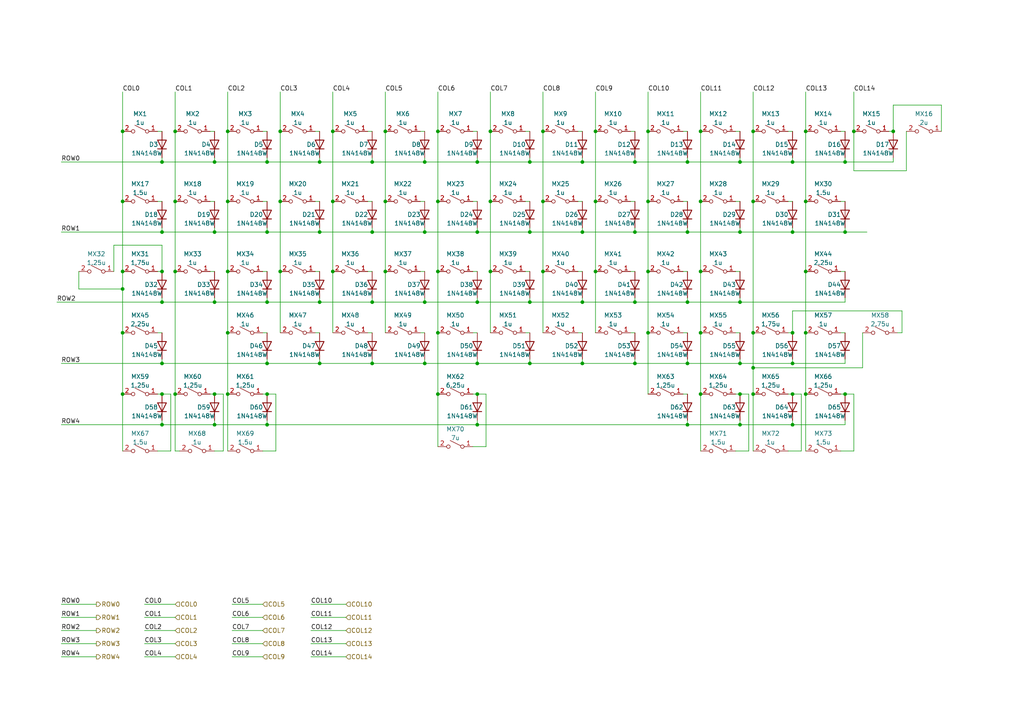
<source format=kicad_sch>
(kicad_sch (version 20230121) (generator eeschema)
  (paper "A4")
  (title_block (date "2024-02-17") (company "HW-tinkerers"))
  (junction (at 214.63 114.3))
  (junction (at 172.72 58.42))
  (junction (at 50.8 38.1))
  (junction (at 203.2 78.74))
  (junction (at 138.43 46.99))
  (junction (at 229.87 46.99))
  (junction (at 214.63 123.19))
  (junction (at 77.47 46.99))
  (junction (at 233.68 38.1))
  (junction (at 157.48 58.42))
  (junction (at 184.15 67.31))
  (junction (at 107.95 105.41))
  (junction (at 92.71 105.41))
  (junction (at 123.19 46.99))
  (junction (at 127 38.1))
  (junction (at 229.87 67.31))
  (junction (at 168.91 46.99))
  (junction (at 203.2 58.42))
  (junction (at 153.67 46.99))
  (junction (at 46.99 78.74))
  (junction (at 233.68 114.3))
  (junction (at 127 96.52))
  (junction (at 111.76 78.74))
  (junction (at 229.87 105.41))
  (junction (at 245.11 67.31))
  (junction (at 127 78.74))
  (junction (at 153.67 67.31))
  (junction (at 46.99 87.63))
  (junction (at 214.63 46.99))
  (junction (at 127 58.42))
  (junction (at 81.28 78.74))
  (junction (at 233.68 78.74))
  (junction (at 157.48 78.74))
  (junction (at 233.68 58.42))
  (junction (at 35.56 96.52))
  (junction (at 214.63 87.63))
  (junction (at 187.96 58.42))
  (junction (at 218.44 114.3))
  (junction (at 46.99 123.19))
  (junction (at 168.91 87.63))
  (junction (at 62.23 114.3))
  (junction (at 77.47 114.3))
  (junction (at 111.76 38.1))
  (junction (at 138.43 67.31))
  (junction (at 50.8 58.42))
  (junction (at 96.52 38.1))
  (junction (at 77.47 123.19))
  (junction (at 168.91 105.41))
  (junction (at 233.68 96.52))
  (junction (at 187.96 38.1))
  (junction (at 229.87 123.19))
  (junction (at 138.43 114.3))
  (junction (at 184.15 87.63))
  (junction (at 203.2 114.3))
  (junction (at 187.96 96.52))
  (junction (at 199.39 87.63))
  (junction (at 35.56 38.1))
  (junction (at 62.23 123.19))
  (junction (at 50.8 78.74))
  (junction (at 172.72 78.74))
  (junction (at 46.99 46.99))
  (junction (at 107.95 67.31))
  (junction (at 92.71 67.31))
  (junction (at 245.11 46.99))
  (junction (at 203.2 38.1))
  (junction (at 92.71 87.63))
  (junction (at 111.76 58.42))
  (junction (at 81.28 58.42))
  (junction (at 66.04 78.74))
  (junction (at 138.43 105.41))
  (junction (at 184.15 105.41))
  (junction (at 81.28 38.1))
  (junction (at 46.99 114.3))
  (junction (at 218.44 96.52))
  (junction (at 214.63 67.31))
  (junction (at 142.24 58.42))
  (junction (at 199.39 67.31))
  (junction (at 138.43 87.63))
  (junction (at 127 114.3))
  (junction (at 218.44 58.42))
  (junction (at 35.56 78.74))
  (junction (at 203.2 96.52))
  (junction (at 259.08 38.1))
  (junction (at 66.04 58.42))
  (junction (at 157.48 38.1))
  (junction (at 96.52 58.42))
  (junction (at 199.39 46.99))
  (junction (at 199.39 123.19))
  (junction (at 229.87 96.52))
  (junction (at 77.47 105.41))
  (junction (at 184.15 46.99))
  (junction (at 66.04 96.52))
  (junction (at 229.87 114.3))
  (junction (at 62.23 87.63))
  (junction (at 138.43 123.19))
  (junction (at 62.23 46.99))
  (junction (at 35.56 114.3))
  (junction (at 218.44 38.1))
  (junction (at 96.52 78.74))
  (junction (at 62.23 67.31))
  (junction (at 66.04 38.1))
  (junction (at 153.67 105.41))
  (junction (at 35.56 83.82))
  (junction (at 187.96 78.74))
  (junction (at 218.44 106.68))
  (junction (at 107.95 46.99))
  (junction (at 35.56 58.42))
  (junction (at 142.24 38.1))
  (junction (at 214.63 105.41))
  (junction (at 92.71 46.99))
  (junction (at 66.04 114.3))
  (junction (at 107.95 87.63))
  (junction (at 245.11 114.3))
  (junction (at 172.72 38.1))
  (junction (at 142.24 78.74))
  (junction (at 123.19 105.41))
  (junction (at 123.19 87.63))
  (junction (at 168.91 67.31))
  (junction (at 50.8 114.3))
  (junction (at 46.99 67.31))
  (junction (at 46.99 105.41))
  (junction (at 77.47 87.63))
  (junction (at 199.39 105.41))
  (junction (at 123.19 67.31))
  (junction (at 247.65 38.1))
  (junction (at 77.47 67.31))
  (junction (at 153.67 87.63))
  (wire (pts (xy 76.2 38.1) (xy 77.47 38.1)))
  (wire (pts (xy 67.31 179.07) (xy 76.2 179.07)))
  (wire (pts (xy 123.19 58.42) (xy 121.92 58.42)))
  (wire (pts (xy 259.08 45.72) (xy 259.08 46.99)))
  (wire (pts (xy 77.47 121.92) (xy 77.47 123.19)))
  (wire (pts (xy 229.87 96.52) (xy 228.6 96.52)))
  (wire (pts (xy 127 26.67) (xy 127 38.1)))
  (wire (pts (xy 46.99 71.12) (xy 46.99 78.74)))
  (wire (pts (xy 261.62 96.52) (xy 260.35 96.52)))
  (wire (pts (xy 67.31 175.26) (xy 76.2 175.26)))
  (wire (pts (xy 77.47 46.99) (xy 92.71 46.99)))
  (wire (pts (xy 92.71 66.04) (xy 92.71 67.31)))
  (wire (pts (xy 96.52 38.1) (xy 96.52 58.42)))
  (wire (pts (xy 153.67 87.63) (xy 168.91 87.63)))
  (wire (pts (xy 142.24 26.67) (xy 142.24 38.1)))
  (wire (pts (xy 187.96 96.52) (xy 187.96 114.3)))
  (wire (pts (xy 168.91 78.74) (xy 167.64 78.74)))
  (wire (pts (xy 168.91 66.04) (xy 168.91 67.31)))
  (wire (pts (xy 203.2 58.42) (xy 203.2 78.74)))
  (wire (pts (xy 107.95 104.14) (xy 107.95 105.41)))
  (wire (pts (xy 229.87 114.3) (xy 232.41 114.3)))
  (wire (pts (xy 214.63 67.31) (xy 229.87 67.31)))
  (wire (pts (xy 33.02 71.12) (xy 33.02 78.74)))
  (wire (pts (xy 77.47 96.52) (xy 76.2 96.52)))
  (wire (pts (xy 153.67 104.14) (xy 153.67 105.41)))
  (wire (pts (xy 172.72 26.67) (xy 172.72 38.1)))
  (wire (pts (xy 17.78 175.26) (xy 27.94 175.26)))
  (wire (pts (xy 111.76 58.42) (xy 111.76 78.74)))
  (wire (pts (xy 123.19 86.36) (xy 123.19 87.63)))
  (wire (pts (xy 229.87 45.72) (xy 229.87 46.99)))
  (wire (pts (xy 199.39 96.52) (xy 198.12 96.52)))
  (wire (pts (xy 172.72 58.42) (xy 172.72 78.74)))
  (wire (pts (xy 46.99 105.41) (xy 77.47 105.41)))
  (wire (pts (xy 214.63 78.74) (xy 213.36 78.74)))
  (wire (pts (xy 245.11 66.04) (xy 245.11 67.31)))
  (wire (pts (xy 77.47 114.3) (xy 80.01 114.3)))
  (wire (pts (xy 96.52 58.42) (xy 96.52 78.74)))
  (wire (pts (xy 233.68 114.3) (xy 233.68 130.81)))
  (wire (pts (xy 218.44 96.52) (xy 218.44 106.68)))
  (wire (pts (xy 233.68 26.67) (xy 233.68 38.1)))
  (wire (pts (xy 214.63 96.52) (xy 213.36 96.52)))
  (wire (pts (xy 138.43 67.31) (xy 153.67 67.31)))
  (wire (pts (xy 157.48 58.42) (xy 157.48 78.74)))
  (wire (pts (xy 46.99 96.52) (xy 45.72 96.52)))
  (wire (pts (xy 153.67 66.04) (xy 153.67 67.31)))
  (wire (pts (xy 232.41 114.3) (xy 232.41 130.81)))
  (wire (pts (xy 17.78 123.19) (xy 46.99 123.19)))
  (wire (pts (xy 218.44 58.42) (xy 218.44 96.52)))
  (wire (pts (xy 214.63 45.72) (xy 214.63 46.99)))
  (wire (pts (xy 217.17 114.3) (xy 217.17 130.81)))
  (wire (pts (xy 35.56 58.42) (xy 35.56 78.74)))
  (wire (pts (xy 22.86 78.74) (xy 22.86 83.82)))
  (wire (pts (xy 250.19 96.52) (xy 250.19 106.68)))
  (wire (pts (xy 121.92 38.1) (xy 123.19 38.1)))
  (wire (pts (xy 80.01 130.81) (xy 76.2 130.81)))
  (wire (pts (xy 257.81 38.1) (xy 259.08 38.1)))
  (wire (pts (xy 168.91 96.52) (xy 167.64 96.52)))
  (wire (pts (xy 229.87 66.04) (xy 229.87 67.31)))
  (wire (pts (xy 17.78 186.69) (xy 27.94 186.69)))
  (wire (pts (xy 62.23 86.36) (xy 62.23 87.63)))
  (wire (pts (xy 184.15 45.72) (xy 184.15 46.99)))
  (wire (pts (xy 187.96 26.67) (xy 187.96 38.1)))
  (wire (pts (xy 199.39 87.63) (xy 214.63 87.63)))
  (wire (pts (xy 77.47 105.41) (xy 92.71 105.41)))
  (wire (pts (xy 92.71 86.36) (xy 92.71 87.63)))
  (wire (pts (xy 66.04 78.74) (xy 66.04 96.52)))
  (wire (pts (xy 123.19 105.41) (xy 138.43 105.41)))
  (wire (pts (xy 107.95 67.31) (xy 123.19 67.31)))
  (wire (pts (xy 233.68 96.52) (xy 233.68 114.3)))
  (wire (pts (xy 153.67 96.52) (xy 152.4 96.52)))
  (wire (pts (xy 33.02 71.12) (xy 46.99 71.12)))
  (wire (pts (xy 111.76 78.74) (xy 111.76 96.52)))
  (wire (pts (xy 168.91 67.31) (xy 184.15 67.31)))
  (wire (pts (xy 41.91 182.88) (xy 50.8 182.88)))
  (wire (pts (xy 127 114.3) (xy 127 129.54)))
  (wire (pts (xy 92.71 46.99) (xy 107.95 46.99)))
  (wire (pts (xy 247.65 38.1) (xy 247.65 49.53)))
  (wire (pts (xy 214.63 104.14) (xy 214.63 105.41)))
  (wire (pts (xy 172.72 78.74) (xy 172.72 96.52)))
  (wire (pts (xy 168.91 105.41) (xy 184.15 105.41)))
  (wire (pts (xy 96.52 78.74) (xy 96.52 96.52)))
  (wire (pts (xy 123.19 46.99) (xy 138.43 46.99)))
  (wire (pts (xy 199.39 67.31) (xy 214.63 67.31)))
  (wire (pts (xy 92.71 78.74) (xy 91.44 78.74)))
  (wire (pts (xy 138.43 87.63) (xy 153.67 87.63)))
  (wire (pts (xy 66.04 96.52) (xy 66.04 114.3)))
  (wire (pts (xy 153.67 86.36) (xy 153.67 87.63)))
  (wire (pts (xy 153.67 46.99) (xy 168.91 46.99)))
  (wire (pts (xy 233.68 38.1) (xy 233.68 58.42)))
  (wire (pts (xy 138.43 46.99) (xy 153.67 46.99)))
  (wire (pts (xy 45.72 130.81) (xy 49.53 130.81)))
  (wire (pts (xy 243.84 38.1) (xy 245.11 38.1)))
  (wire (pts (xy 50.8 130.81) (xy 50.8 114.3)))
  (wire (pts (xy 245.11 96.52) (xy 243.84 96.52)))
  (wire (pts (xy 92.71 67.31) (xy 107.95 67.31)))
  (wire (pts (xy 247.65 114.3) (xy 247.65 130.81)))
  (wire (pts (xy 64.77 114.3) (xy 64.77 130.81)))
  (wire (pts (xy 168.91 45.72) (xy 168.91 46.99)))
  (wire (pts (xy 35.56 26.67) (xy 35.56 38.1)))
  (wire (pts (xy 66.04 38.1) (xy 66.04 58.42)))
  (wire (pts (xy 62.23 114.3) (xy 64.77 114.3)))
  (wire (pts (xy 213.36 38.1) (xy 214.63 38.1)))
  (wire (pts (xy 199.39 46.99) (xy 214.63 46.99)))
  (wire (pts (xy 153.67 58.42) (xy 152.4 58.42)))
  (wire (pts (xy 214.63 105.41) (xy 229.87 105.41)))
  (wire (pts (xy 107.95 58.42) (xy 106.68 58.42)))
  (wire (pts (xy 62.23 45.72) (xy 62.23 46.99)))
  (wire (pts (xy 245.11 58.42) (xy 243.84 58.42)))
  (wire (pts (xy 229.87 46.99) (xy 245.11 46.99)))
  (wire (pts (xy 77.47 87.63) (xy 92.71 87.63)))
  (wire (pts (xy 232.41 130.81) (xy 228.6 130.81)))
  (wire (pts (xy 46.99 78.74) (xy 45.72 78.74)))
  (wire (pts (xy 62.23 87.63) (xy 77.47 87.63)))
  (wire (pts (xy 92.71 105.41) (xy 107.95 105.41)))
  (wire (pts (xy 172.72 38.1) (xy 172.72 58.42)))
  (wire (pts (xy 245.11 114.3) (xy 243.84 114.3)))
  (wire (pts (xy 138.43 58.42) (xy 137.16 58.42)))
  (wire (pts (xy 90.17 179.07) (xy 100.33 179.07)))
  (wire (pts (xy 62.23 66.04) (xy 62.23 67.31)))
  (wire (pts (xy 41.91 190.5) (xy 50.8 190.5)))
  (wire (pts (xy 182.88 38.1) (xy 184.15 38.1)))
  (wire (pts (xy 46.99 45.72) (xy 46.99 46.99)))
  (wire (pts (xy 50.8 26.67) (xy 50.8 38.1)))
  (wire (pts (xy 60.96 38.1) (xy 62.23 38.1)))
  (wire (pts (xy 92.71 87.63) (xy 107.95 87.63)))
  (wire (pts (xy 46.99 87.63) (xy 62.23 87.63)))
  (wire (pts (xy 199.39 104.14) (xy 199.39 105.41)))
  (wire (pts (xy 245.11 46.99) (xy 259.08 46.99)))
  (wire (pts (xy 214.63 46.99) (xy 229.87 46.99)))
  (wire (pts (xy 92.71 45.72) (xy 92.71 46.99)))
  (wire (pts (xy 77.47 114.3) (xy 76.2 114.3)))
  (wire (pts (xy 77.47 86.36) (xy 77.47 87.63)))
  (wire (pts (xy 17.78 190.5) (xy 27.94 190.5)))
  (wire (pts (xy 142.24 78.74) (xy 142.24 96.52)))
  (wire (pts (xy 138.43 66.04) (xy 138.43 67.31)))
  (wire (pts (xy 261.62 90.17) (xy 229.87 90.17)))
  (wire (pts (xy 184.15 96.52) (xy 182.88 96.52)))
  (wire (pts (xy 199.39 105.41) (xy 214.63 105.41)))
  (wire (pts (xy 218.44 38.1) (xy 218.44 58.42)))
  (wire (pts (xy 77.47 45.72) (xy 77.47 46.99)))
  (wire (pts (xy 184.15 67.31) (xy 199.39 67.31)))
  (wire (pts (xy 77.47 58.42) (xy 76.2 58.42)))
  (wire (pts (xy 111.76 38.1) (xy 111.76 58.42)))
  (wire (pts (xy 41.91 186.69) (xy 50.8 186.69)))
  (wire (pts (xy 245.11 114.3) (xy 247.65 114.3)))
  (wire (pts (xy 214.63 114.3) (xy 217.17 114.3)))
  (wire (pts (xy 214.63 121.92) (xy 214.63 123.19)))
  (wire (pts (xy 66.04 114.3) (xy 66.04 130.81)))
  (wire (pts (xy 157.48 78.74) (xy 157.48 96.52)))
  (wire (pts (xy 81.28 58.42) (xy 81.28 78.74)))
  (wire (pts (xy 138.43 104.14) (xy 138.43 105.41)))
  (wire (pts (xy 199.39 58.42) (xy 198.12 58.42)))
  (wire (pts (xy 123.19 104.14) (xy 123.19 105.41)))
  (wire (pts (xy 62.23 67.31) (xy 77.47 67.31)))
  (wire (pts (xy 127 96.52) (xy 127 114.3)))
  (wire (pts (xy 107.95 45.72) (xy 107.95 46.99)))
  (wire (pts (xy 259.08 30.48) (xy 259.08 38.1)))
  (wire (pts (xy 123.19 87.63) (xy 138.43 87.63)))
  (wire (pts (xy 50.8 130.81) (xy 52.07 130.81)))
  (wire (pts (xy 123.19 67.31) (xy 138.43 67.31)))
  (wire (pts (xy 203.2 26.67) (xy 203.2 38.1)))
  (wire (pts (xy 77.47 104.14) (xy 77.47 105.41)))
  (wire (pts (xy 229.87 58.42) (xy 228.6 58.42)))
  (wire (pts (xy 153.67 78.74) (xy 152.4 78.74)))
  (wire (pts (xy 46.99 38.1) (xy 45.72 38.1)))
  (wire (pts (xy 138.43 105.41) (xy 153.67 105.41)))
  (wire (pts (xy 245.11 78.74) (xy 243.84 78.74)))
  (wire (pts (xy 142.24 38.1) (xy 142.24 58.42)))
  (wire (pts (xy 46.99 86.36) (xy 46.99 87.63)))
  (wire (pts (xy 111.76 26.67) (xy 111.76 38.1)))
  (wire (pts (xy 168.91 104.14) (xy 168.91 105.41)))
  (wire (pts (xy 198.12 38.1) (xy 199.39 38.1)))
  (wire (pts (xy 50.8 38.1) (xy 50.8 58.42)))
  (wire (pts (xy 138.43 121.92) (xy 138.43 123.19)))
  (wire (pts (xy 214.63 114.3) (xy 213.36 114.3)))
  (wire (pts (xy 229.87 104.14) (xy 229.87 105.41)))
  (wire (pts (xy 245.11 104.14) (xy 245.11 105.41)))
  (wire (pts (xy 137.16 38.1) (xy 138.43 38.1)))
  (wire (pts (xy 214.63 87.63) (xy 245.11 87.63)))
  (wire (pts (xy 77.47 78.74) (xy 76.2 78.74)))
  (wire (pts (xy 66.04 58.42) (xy 66.04 78.74)))
  (wire (pts (xy 229.87 121.92) (xy 229.87 123.19)))
  (wire (pts (xy 138.43 78.74) (xy 137.16 78.74)))
  (wire (pts (xy 35.56 83.82) (xy 35.56 96.52)))
  (wire (pts (xy 81.28 38.1) (xy 81.28 58.42)))
  (wire (pts (xy 184.15 66.04) (xy 184.15 67.31)))
  (wire (pts (xy 138.43 96.52) (xy 137.16 96.52)))
  (wire (pts (xy 107.95 86.36) (xy 107.95 87.63)))
  (wire (pts (xy 199.39 78.74) (xy 198.12 78.74)))
  (wire (pts (xy 203.2 96.52) (xy 203.2 114.3)))
  (wire (pts (xy 62.23 123.19) (xy 77.47 123.19)))
  (wire (pts (xy 17.78 46.99) (xy 46.99 46.99)))
  (wire (pts (xy 46.99 121.92) (xy 46.99 123.19)))
  (wire (pts (xy 123.19 96.52) (xy 121.92 96.52)))
  (wire (pts (xy 66.04 26.67) (xy 66.04 38.1)))
  (wire (pts (xy 184.15 87.63) (xy 199.39 87.63)))
  (wire (pts (xy 67.31 182.88) (xy 76.2 182.88)))
  (wire (pts (xy 50.8 78.74) (xy 50.8 114.3)))
  (wire (pts (xy 62.23 114.3) (xy 60.96 114.3)))
  (wire (pts (xy 184.15 46.99) (xy 199.39 46.99)))
  (wire (pts (xy 77.47 67.31) (xy 92.71 67.31)))
  (wire (pts (xy 229.87 90.17) (xy 229.87 96.52)))
  (wire (pts (xy 157.48 38.1) (xy 157.48 58.42)))
  (wire (pts (xy 245.11 121.92) (xy 245.11 123.19)))
  (wire (pts (xy 107.95 96.52) (xy 106.68 96.52)))
  (wire (pts (xy 262.89 38.1) (xy 262.89 49.53)))
  (wire (pts (xy 218.44 114.3) (xy 218.44 130.81)))
  (wire (pts (xy 35.56 96.52) (xy 35.56 114.3)))
  (wire (pts (xy 157.48 26.67) (xy 157.48 38.1)))
  (wire (pts (xy 35.56 38.1) (xy 35.56 58.42)))
  (wire (pts (xy 62.23 46.99) (xy 77.47 46.99)))
  (wire (pts (xy 168.91 58.42) (xy 167.64 58.42)))
  (wire (pts (xy 46.99 66.04) (xy 46.99 67.31)))
  (wire (pts (xy 184.15 86.36) (xy 184.15 87.63)))
  (wire (pts (xy 46.99 114.3) (xy 49.53 114.3)))
  (wire (pts (xy 262.89 49.53) (xy 247.65 49.53)))
  (wire (pts (xy 203.2 114.3) (xy 203.2 130.81)))
  (wire (pts (xy 107.95 78.74) (xy 106.68 78.74)))
  (wire (pts (xy 142.24 58.42) (xy 142.24 78.74)))
  (wire (pts (xy 46.99 123.19) (xy 62.23 123.19)))
  (wire (pts (xy 77.47 66.04) (xy 77.47 67.31)))
  (wire (pts (xy 80.01 114.3) (xy 80.01 130.81)))
  (wire (pts (xy 127 78.74) (xy 127 96.52)))
  (wire (pts (xy 17.78 105.41) (xy 46.99 105.41)))
  (wire (pts (xy 62.23 121.92) (xy 62.23 123.19)))
  (wire (pts (xy 123.19 66.04) (xy 123.19 67.31)))
  (wire (pts (xy 22.86 83.82) (xy 35.56 83.82)))
  (wire (pts (xy 90.17 190.5) (xy 100.33 190.5)))
  (wire (pts (xy 106.68 38.1) (xy 107.95 38.1)))
  (wire (pts (xy 153.67 67.31) (xy 168.91 67.31)))
  (wire (pts (xy 229.87 123.19) (xy 245.11 123.19)))
  (wire (pts (xy 16.51 87.63) (xy 46.99 87.63)))
  (wire (pts (xy 199.39 114.3) (xy 198.12 114.3)))
  (wire (pts (xy 199.39 66.04) (xy 199.39 67.31)))
  (wire (pts (xy 17.78 179.07) (xy 27.94 179.07)))
  (wire (pts (xy 138.43 86.36) (xy 138.43 87.63)))
  (wire (pts (xy 46.99 104.14) (xy 46.99 105.41)))
  (wire (pts (xy 233.68 78.74) (xy 233.68 96.52)))
  (wire (pts (xy 217.17 130.81) (xy 213.36 130.81)))
  (wire (pts (xy 187.96 78.74) (xy 187.96 96.52)))
  (wire (pts (xy 67.31 190.5) (xy 76.2 190.5)))
  (wire (pts (xy 77.47 123.19) (xy 138.43 123.19)))
  (wire (pts (xy 123.19 78.74) (xy 121.92 78.74)))
  (wire (pts (xy 214.63 66.04) (xy 214.63 67.31)))
  (wire (pts (xy 127 58.42) (xy 127 78.74)))
  (wire (pts (xy 214.63 86.36) (xy 214.63 87.63)))
  (wire (pts (xy 123.19 45.72) (xy 123.19 46.99)))
  (wire (pts (xy 41.91 175.26) (xy 50.8 175.26)))
  (wire (pts (xy 187.96 38.1) (xy 187.96 58.42)))
  (wire (pts (xy 184.15 105.41) (xy 199.39 105.41)))
  (wire (pts (xy 229.87 105.41) (xy 245.11 105.41)))
  (wire (pts (xy 199.39 45.72) (xy 199.39 46.99)))
  (wire (pts (xy 199.39 123.19) (xy 214.63 123.19)))
  (wire (pts (xy 214.63 58.42) (xy 213.36 58.42)))
  (wire (pts (xy 218.44 106.68) (xy 218.44 114.3)))
  (wire (pts (xy 35.56 78.74) (xy 35.56 83.82)))
  (wire (pts (xy 46.99 67.31) (xy 62.23 67.31)))
  (wire (pts (xy 184.15 104.14) (xy 184.15 105.41)))
  (wire (pts (xy 203.2 78.74) (xy 203.2 96.52)))
  (wire (pts (xy 184.15 78.74) (xy 182.88 78.74)))
  (wire (pts (xy 92.71 96.52) (xy 91.44 96.52)))
  (wire (pts (xy 46.99 58.42) (xy 45.72 58.42)))
  (wire (pts (xy 247.65 130.81) (xy 243.84 130.81)))
  (wire (pts (xy 168.91 87.63) (xy 184.15 87.63)))
  (wire (pts (xy 138.43 123.19) (xy 199.39 123.19)))
  (wire (pts (xy 107.95 46.99) (xy 123.19 46.99)))
  (wire (pts (xy 92.71 104.14) (xy 92.71 105.41)))
  (wire (pts (xy 140.97 129.54) (xy 137.16 129.54)))
  (wire (pts (xy 138.43 45.72) (xy 138.43 46.99)))
  (wire (pts (xy 229.87 114.3) (xy 228.6 114.3)))
  (wire (pts (xy 203.2 38.1) (xy 203.2 58.42)))
  (wire (pts (xy 199.39 86.36) (xy 199.39 87.63)))
  (wire (pts (xy 46.99 46.99) (xy 62.23 46.99)))
  (wire (pts (xy 245.11 45.72) (xy 245.11 46.99)))
  (wire (pts (xy 17.78 182.88) (xy 27.94 182.88)))
  (wire (pts (xy 91.44 38.1) (xy 92.71 38.1)))
  (wire (pts (xy 247.65 26.67) (xy 247.65 38.1)))
  (wire (pts (xy 107.95 105.41) (xy 123.19 105.41)))
  (wire (pts (xy 107.95 66.04) (xy 107.95 67.31)))
  (wire (pts (xy 229.87 67.31) (xy 245.11 67.31)))
  (wire (pts (xy 168.91 86.36) (xy 168.91 87.63)))
  (wire (pts (xy 152.4 38.1) (xy 153.67 38.1)))
  (wire (pts (xy 218.44 106.68) (xy 250.19 106.68)))
  (wire (pts (xy 90.17 182.88) (xy 100.33 182.88)))
  (wire (pts (xy 138.43 114.3) (xy 137.16 114.3)))
  (wire (pts (xy 17.78 67.31) (xy 46.99 67.31)))
  (wire (pts (xy 96.52 26.67) (xy 96.52 38.1)))
  (wire (pts (xy 273.05 30.48) (xy 259.08 30.48)))
  (wire (pts (xy 35.56 114.3) (xy 35.56 130.81)))
  (wire (pts (xy 90.17 186.69) (xy 100.33 186.69)))
  (wire (pts (xy 107.95 87.63) (xy 123.19 87.63)))
  (wire (pts (xy 67.31 186.69) (xy 76.2 186.69)))
  (wire (pts (xy 49.53 114.3) (xy 49.53 130.81)))
  (wire (pts (xy 187.96 58.42) (xy 187.96 78.74)))
  (wire (pts (xy 62.23 58.42) (xy 60.96 58.42)))
  (wire (pts (xy 214.63 123.19) (xy 229.87 123.19)))
  (wire (pts (xy 46.99 114.3) (xy 45.72 114.3)))
  (wire (pts (xy 41.91 179.07) (xy 50.8 179.07)))
  (wire (pts (xy 92.71 58.42) (xy 91.44 58.42)))
  (wire (pts (xy 167.64 38.1) (xy 168.91 38.1)))
  (wire (pts (xy 81.28 26.67) (xy 81.28 38.1)))
  (wire (pts (xy 273.05 38.1) (xy 273.05 30.48)))
  (wire (pts (xy 228.6 38.1) (xy 229.87 38.1)))
  (wire (pts (xy 50.8 58.42) (xy 50.8 78.74)))
  (wire (pts (xy 199.39 121.92) (xy 199.39 123.19)))
  (wire (pts (xy 153.67 45.72) (xy 153.67 46.99)))
  (wire (pts (xy 245.11 86.36) (xy 245.11 87.63)))
  (wire (pts (xy 218.44 26.67) (xy 218.44 38.1)))
  (wire (pts (xy 261.62 96.52) (xy 261.62 90.17)))
  (wire (pts (xy 153.67 105.41) (xy 168.91 105.41)))
  (wire (pts (xy 81.28 78.74) (xy 81.28 96.52)))
  (wire (pts (xy 245.11 67.31) (xy 251.46 67.31)))
  (wire (pts (xy 233.68 58.42) (xy 233.68 78.74)))
  (wire (pts (xy 64.77 130.81) (xy 62.23 130.81)))
  (wire (pts (xy 138.43 114.3) (xy 140.97 114.3)))
  (wire (pts (xy 184.15 58.42) (xy 182.88 58.42)))
  (wire (pts (xy 168.91 46.99) (xy 184.15 46.99)))
  (wire (pts (xy 90.17 175.26) (xy 100.33 175.26)))
  (wire (pts (xy 140.97 114.3) (xy 140.97 129.54)))
  (wire (pts (xy 62.23 78.74) (xy 60.96 78.74)))
  (wire (pts (xy 127 38.1) (xy 127 58.42)))
  (label "ROW0" (at 17.78 46.99 0))
  (label "COL14" (at 90.17 190.5 0))
  (label "ROW4" (at 17.78 123.19 0))
  (label "COL5" (at 67.31 175.26 0))
  (label "COL14" (at 247.65 26.67 0))
  (label "COL0" (at 35.56 26.67 0))
  (label "ROW1" (at 17.78 67.31 0))
  (label "COL6" (at 127 26.67 0))
  (label "COL8" (at 67.31 186.69 0))
  (label "COL11" (at 203.2 26.67 0))
  (label "COL8" (at 157.48 26.67 0))
  (label "COL4" (at 96.52 26.67 0))
  (label "COL6" (at 67.31 179.07 0))
  (label "COL1" (at 41.91 179.07 0))
  (label "COL4" (at 41.91 190.5 0))
  (label "ROW2" (at 16.51 87.63 0))
  (label "COL1" (at 50.8 26.67 0))
  (label "ROW4" (at 17.78 190.5 0))
  (label "COL2" (at 66.04 26.67 0))
  (label "ROW3" (at 17.78 186.69 0))
  (label "COL12" (at 218.44 26.67 0))
  (label "COL0" (at 41.91 175.26 0))
  (label "COL12" (at 90.17 182.88 0))
  (label "COL9" (at 172.72 26.67 0))
  (label "COL11" (at 90.17 179.07 0))
  (label "ROW0" (at 17.78 175.26 0))
  (label "COL9" (at 67.31 190.5 0))
  (label "COL3" (at 41.91 186.69 0))
  (label "COL13" (at 233.68 26.67 0))
  (label "COL10" (at 90.17 175.26 0))
  (label "COL2" (at 41.91 182.88 0))
  (label "COL7" (at 67.31 182.88 0))
  (label "COL7" (at 142.24 26.67 0))
  (label "ROW3" (at 17.78 105.41 0))
  (label "COL5" (at 111.76 26.67 0))
  (label "ROW1" (at 17.78 179.07 0))
  (label "COL3" (at 81.28 26.67 0))
  (label "ROW2" (at 17.78 182.88 0))
  (label "COL13" (at 90.17 186.69 0))
  (label "COL10" (at 187.96 26.67 0))
  (hierarchical_label "COL3" (shape input) (at 50.8 186.69 0))
  (hierarchical_label "COL5" (shape input) (at 76.2 175.26 0))
  (hierarchical_label "COL10" (shape input) (at 100.33 175.26 0))
  (hierarchical_label "COL9" (shape input) (at 76.2 190.5 0))
  (hierarchical_label "COL4" (shape input) (at 50.8 190.5 0))
  (hierarchical_label "COL2" (shape input) (at 50.8 182.88 0))
  (hierarchical_label "COL12" (shape input) (at 100.33 182.88 0))
  (hierarchical_label "COL13" (shape input) (at 100.33 186.69 0))
  (hierarchical_label "COL8" (shape input) (at 76.2 186.69 0))
  (hierarchical_label "ROW4" (shape output) (at 27.94 190.5 0))
  (hierarchical_label "ROW3" (shape output) (at 27.94 186.69 0))
  (hierarchical_label "COL0" (shape input) (at 50.8 175.26 0))
  (hierarchical_label "COL14" (shape input) (at 100.33 190.5 0))
  (hierarchical_label "COL1" (shape input) (at 50.8 179.07 0))
  (hierarchical_label "COL11" (shape input) (at 100.33 179.07 0))
  (hierarchical_label "COL7" (shape input) (at 76.2 182.88 0))
  (hierarchical_label "COL6" (shape input) (at 76.2 179.07 0))
  (hierarchical_label "ROW0" (shape output) (at 27.94 175.26 0))
  (hierarchical_label "ROW2" (shape output) (at 27.94 182.88 0))
  (hierarchical_label "ROW1" (shape output) (at 27.94 179.07 0))
  (symbol (lib_id "keyboard:switch") (at 86.36 78.74 0) (mirror y) (unit 1)
    (property "Reference" "MX35" (at 86.36 73.66 0))
    (property "Value" "1u" (at 86.36 76.2 0))
    (property "Footprint" "keyboard:SW_Cherry_MX_1.00u_PCB" (effects hide))
  )
  (symbol (lib_id "keyboard:diode") (at 214.63 62.23 90) (unit 1)
    (property "Reference" "D29" (at 209.55 62.23 90) (effects (justify right)))
    (property "Value" "1N4148W" (at 205.74 64.77 90) (effects (justify right)))
    (property "Footprint" "keyboard:D_SOD-123" (effects hide))
    (property "Datasheet" "https://datasheet.lcsc.com/lcsc/1811061725_ST-Semtech-1N4148W_C81598.pdf" (effects hide))
    (property "PN" "1N4148W" (effects hide))
    (property "LCSC Part Number" "C81598" (effects hide))
    (property "LCSC link" "https://www.lcsc.com/product-detail/Switching-Diode_ST-Semtech-1N4148W_C81598.html" (effects hide))
  )
  (symbol (lib_id "keyboard:switch") (at 162.56 78.74 0) (mirror y) (unit 1)
    (property "Reference" "MX40" (at 162.56 73.66 0))
    (property "Value" "1u" (at 162.56 76.2 0))
    (property "Footprint" "keyboard:SW_Cherry_MX_1.00u_PCB" (effects hide))
  )
  (symbol (lib_id "keyboard:diode") (at 168.91 82.55 90) (unit 1)
    (property "Reference" "D40" (at 163.83 82.55 90) (effects (justify right)))
    (property "Value" "1N4148W" (at 160.02 85.09 90) (effects (justify right)))
    (property "Footprint" "keyboard:D_SOD-123" (effects hide))
    (property "Datasheet" "https://datasheet.lcsc.com/lcsc/1811061725_ST-Semtech-1N4148W_C81598.pdf" (effects hide))
    (property "PN" "1N4148W" (effects hide))
    (property "LCSC Part Number" "C81598" (effects hide))
    (property "LCSC link" "https://www.lcsc.com/product-detail/Switching-Diode_ST-Semtech-1N4148W_C81598.html" (effects hide))
  )
  (symbol (lib_id "keyboard:switch") (at 238.76 130.81 0) (mirror y) (unit 1)
    (property "Reference" "MX73" (at 238.76 125.73 0))
    (property "Value" "1.5u" (at 238.76 128.27 0))
    (property "Footprint" "keyboard:SW_Cherry_MX_1.50u_PCB" (effects hide))
  )
  (symbol (lib_id "keyboard:diode") (at 77.47 41.91 90) (unit 1)
    (property "Reference" "D5" (at 73.66 41.91 90) (effects (justify right)))
    (property "Value" "1N4148W" (at 68.58 44.45 90) (effects (justify right)))
    (property "Footprint" "keyboard:D_SOD-123" (effects hide))
    (property "Datasheet" "https://datasheet.lcsc.com/lcsc/1811061725_ST-Semtech-1N4148W_C81598.pdf" (effects hide))
    (property "PN" "1N4148W" (effects hide))
    (property "LCSC Part Number" "C81598" (effects hide))
    (property "LCSC link" "https://www.lcsc.com/product-detail/Switching-Diode_ST-Semtech-1N4148W_C81598.html" (effects hide))
  )
  (symbol (lib_id "keyboard:diode") (at 214.63 118.11 90) (unit 1)
    (property "Reference" "D63" (at 209.55 118.11 90) (effects (justify right)))
    (property "Value" "1N4148W" (at 205.74 120.65 90) (effects (justify right)))
    (property "Footprint" "keyboard:D_SOD-123" (effects hide))
    (property "Datasheet" "https://datasheet.lcsc.com/lcsc/1811061725_ST-Semtech-1N4148W_C81598.pdf" (effects hide))
    (property "PN" "1N4148W" (effects hide))
    (property "LCSC Part Number" "C81598" (effects hide))
    (property "LCSC link" "https://www.lcsc.com/product-detail/Switching-Diode_ST-Semtech-1N4148W_C81598.html" (effects hide))
  )
  (symbol (lib_id "keyboard:switch") (at 55.88 58.42 0) (mirror y) (unit 1)
    (property "Reference" "MX18" (at 55.88 53.34 0))
    (property "Value" "1u" (at 55.88 55.88 0))
    (property "Footprint" "keyboard:SW_Cherry_MX_1.00u_PCB" (effects hide))
  )
  (symbol (lib_id "keyboard:diode") (at 92.71 62.23 90) (unit 1)
    (property "Reference" "D21" (at 87.63 62.23 90) (effects (justify right)))
    (property "Value" "1N4148W" (at 83.82 64.77 90) (effects (justify right)))
    (property "Footprint" "keyboard:D_SOD-123" (effects hide))
    (property "Datasheet" "https://datasheet.lcsc.com/lcsc/1811061725_ST-Semtech-1N4148W_C81598.pdf" (effects hide))
    (property "PN" "1N4148W" (effects hide))
    (property "LCSC Part Number" "C81598" (effects hide))
    (property "LCSC link" "https://www.lcsc.com/product-detail/Switching-Diode_ST-Semtech-1N4148W_C81598.html" (effects hide))
  )
  (symbol (lib_id "keyboard:switch") (at 71.12 114.3 0) (mirror y) (unit 1)
    (property "Reference" "MX61" (at 71.12 109.22 0))
    (property "Value" "1.25u" (at 71.12 111.76 0))
    (property "Footprint" "keyboard:SW_Cherry_MX_1.25u_PCB" (effects hide))
  )
  (symbol (lib_id "keyboard:switch") (at 132.08 38.1 0) (mirror y) (unit 1)
    (property "Reference" "MX7" (at 132.08 33.02 0))
    (property "Value" "1u" (at 132.08 35.56 0))
    (property "Footprint" "keyboard:SW_Cherry_MX_1.00u_PCB" (effects hide))
  )
  (symbol (lib_id "keyboard:diode") (at 245.11 82.55 90) (unit 1)
    (property "Reference" "D44" (at 240.03 82.55 90) (effects (justify right)))
    (property "Value" "1N4148W" (at 236.22 85.09 90) (effects (justify right)))
    (property "Footprint" "keyboard:D_SOD-123" (effects hide))
    (property "Datasheet" "https://datasheet.lcsc.com/lcsc/1811061725_ST-Semtech-1N4148W_C81598.pdf" (effects hide))
    (property "PN" "1N4148W" (effects hide))
    (property "LCSC Part Number" "C81598" (effects hide))
    (property "LCSC link" "https://www.lcsc.com/product-detail/Switching-Diode_ST-Semtech-1N4148W_C81598.html" (effects hide))
  )
  (symbol (lib_id "keyboard:switch") (at 223.52 58.42 0) (mirror y) (unit 1)
    (property "Reference" "MX29" (at 223.52 53.34 0))
    (property "Value" "1u" (at 223.52 55.88 0))
    (property "Footprint" "keyboard:SW_Cherry_MX_1.00u_PCB" (effects hide))
  )
  (symbol (lib_id "keyboard:diode") (at 107.95 100.33 90) (unit 1)
    (property "Reference" "D48" (at 102.87 100.33 90) (effects (justify right)))
    (property "Value" "1N4148W" (at 99.06 102.87 90) (effects (justify right)))
    (property "Footprint" "keyboard:D_SOD-123" (effects hide))
    (property "Datasheet" "https://datasheet.lcsc.com/lcsc/1811061725_ST-Semtech-1N4148W_C81598.pdf" (effects hide))
    (property "PN" "1N4148W" (effects hide))
    (property "LCSC Part Number" "C81598" (effects hide))
    (property "LCSC link" "https://www.lcsc.com/product-detail/Switching-Diode_ST-Semtech-1N4148W_C81598.html" (effects hide))
  )
  (symbol (lib_id "keyboard:switch") (at 162.56 58.42 0) (mirror y) (unit 1)
    (property "Reference" "MX25" (at 162.56 53.34 0))
    (property "Value" "1u" (at 162.56 55.88 0))
    (property "Footprint" "keyboard:SW_Cherry_MX_1.00u_PCB" (effects hide))
  )
  (symbol (lib_id "keyboard:switch") (at 40.64 114.3 0) (mirror y) (unit 1)
    (property "Reference" "MX59" (at 40.64 109.22 0))
    (property "Value" "1.25u" (at 40.64 111.76 0))
    (property "Footprint" "keyboard:SW_Cherry_MX_1.25u_PCB" (effects hide))
  )
  (symbol (lib_id "keyboard:switch") (at 116.84 38.1 0) (mirror y) (unit 1)
    (property "Reference" "MX6" (at 116.84 33.02 0))
    (property "Value" "1u" (at 116.84 35.56 0))
    (property "Footprint" "keyboard:SW_Cherry_MX_1.00u_PCB" (effects hide))
  )
  (symbol (lib_id "keyboard:switch") (at 132.08 129.54 0) (mirror y) (unit 1)
    (property "Reference" "MX70" (at 132.08 124.46 0))
    (property "Value" "7u" (at 132.08 127 0))
    (property "Footprint" "keyboard:SW_Cherry_MX_7.00u_PCB" (effects hide))
  )
  (symbol (lib_id "keyboard:diode") (at 184.15 100.33 90) (unit 1)
    (property "Reference" "D53" (at 179.07 100.33 90) (effects (justify right)))
    (property "Value" "1N4148W" (at 175.26 102.87 90) (effects (justify right)))
    (property "Footprint" "keyboard:D_SOD-123" (effects hide))
    (property "Datasheet" "https://datasheet.lcsc.com/lcsc/1811061725_ST-Semtech-1N4148W_C81598.pdf" (effects hide))
    (property "PN" "1N4148W" (effects hide))
    (property "LCSC Part Number" "C81598" (effects hide))
    (property "LCSC link" "https://www.lcsc.com/product-detail/Switching-Diode_ST-Semtech-1N4148W_C81598.html" (effects hide))
  )
  (symbol (lib_id "keyboard:diode") (at 92.71 82.55 90) (unit 1)
    (property "Reference" "D35" (at 87.63 82.55 90) (effects (justify right)))
    (property "Value" "1N4148W" (at 83.82 85.09 90) (effects (justify right)))
    (property "Footprint" "keyboard:D_SOD-123" (effects hide))
    (property "Datasheet" "https://datasheet.lcsc.com/lcsc/1811061725_ST-Semtech-1N4148W_C81598.pdf" (effects hide))
    (property "PN" "1N4148W" (effects hide))
    (property "LCSC Part Number" "C81598" (effects hide))
    (property "LCSC link" "https://www.lcsc.com/product-detail/Switching-Diode_ST-Semtech-1N4148W_C81598.html" (effects hide))
  )
  (symbol (lib_id "keyboard:switch") (at 132.08 58.42 0) (mirror y) (unit 1)
    (property "Reference" "MX23" (at 132.08 53.34 0))
    (property "Value" "1u" (at 132.08 55.88 0))
    (property "Footprint" "keyboard:SW_Cherry_MX_1.00u_PCB" (effects hide))
  )
  (symbol (lib_id "keyboard:switch") (at 116.84 58.42 0) (mirror y) (unit 1)
    (property "Reference" "MX22" (at 116.84 53.34 0))
    (property "Value" "1u" (at 116.84 55.88 0))
    (property "Footprint" "keyboard:SW_Cherry_MX_1.00u_PCB" (effects hide))
  )
  (symbol (lib_id "keyboard:switch") (at 223.52 114.3 0) (mirror y) (unit 1)
    (property "Reference" "MX65" (at 223.52 109.22 0))
    (property "Value" "1.25u" (at 223.52 111.76 0))
    (property "Footprint" "keyboard:SW_Cherry_MX_1.25u_PCB" (effects hide))
  )
  (symbol (lib_id "keyboard:diode") (at 77.47 82.55 90) (unit 1)
    (property "Reference" "D34" (at 72.39 82.55 90) (effects (justify right)))
    (property "Value" "1N4148W" (at 68.58 85.09 90) (effects (justify right)))
    (property "Footprint" "keyboard:D_SOD-123" (effects hide))
    (property "Datasheet" "https://datasheet.lcsc.com/lcsc/1811061725_ST-Semtech-1N4148W_C81598.pdf" (effects hide))
    (property "PN" "1N4148W" (effects hide))
    (property "LCSC Part Number" "C81598" (effects hide))
    (property "LCSC link" "https://www.lcsc.com/product-detail/Switching-Diode_ST-Semtech-1N4148W_C81598.html" (effects hide))
  )
  (symbol (lib_id "keyboard:switch") (at 132.08 78.74 0) (mirror y) (unit 1)
    (property "Reference" "MX38" (at 132.08 73.66 0))
    (property "Value" "1u" (at 132.08 76.2 0))
    (property "Footprint" "keyboard:SW_Cherry_MX_1.00u_PCB" (effects hide))
  )
  (symbol (lib_id "keyboard:switch") (at 71.12 38.1 0) (mirror y) (unit 1)
    (property "Reference" "MX3" (at 71.12 33.02 0))
    (property "Value" "1u" (at 71.12 35.56 0))
    (property "Footprint" "keyboard:SW_Cherry_MX_1.00u_PCB" (effects hide))
  )
  (symbol (lib_id "keyboard:switch") (at 177.8 96.52 0) (mirror y) (unit 1)
    (property "Reference" "MX53" (at 177.8 91.44 0))
    (property "Value" "1u" (at 177.8 93.98 0))
    (property "Footprint" "keyboard:SW_Cherry_MX_1.00u_PCB" (effects hide))
  )
  (symbol (lib_id "keyboard:switch") (at 208.28 114.3 0) (mirror y) (unit 1)
    (property "Reference" "MX64" (at 208.28 109.22 0))
    (property "Value" "1.25u" (at 208.28 111.76 0))
    (property "Footprint" "keyboard:SW_Cherry_MX_1.25u_PCB" (effects hide))
  )
  (symbol (lib_id "keyboard:diode") (at 199.39 82.55 90) (unit 1)
    (property "Reference" "D42" (at 194.31 82.55 90) (effects (justify right)))
    (property "Value" "1N4148W" (at 190.5 85.09 90) (effects (justify right)))
    (property "Footprint" "keyboard:D_SOD-123" (effects hide))
    (property "Datasheet" "https://datasheet.lcsc.com/lcsc/1811061725_ST-Semtech-1N4148W_C81598.pdf" (effects hide))
    (property "PN" "1N4148W" (effects hide))
    (property "LCSC Part Number" "C81598" (effects hide))
    (property "LCSC link" "https://www.lcsc.com/product-detail/Switching-Diode_ST-Semtech-1N4148W_C81598.html" (effects hide))
  )
  (symbol (lib_id "keyboard:switch") (at 101.6 78.74 0) (mirror y) (unit 1)
    (property "Reference" "MX36" (at 101.6 73.66 0))
    (property "Value" "1u" (at 101.6 76.2 0))
    (property "Footprint" "keyboard:SW_Cherry_MX_1.00u_PCB" (effects hide))
  )
  (symbol (lib_id "keyboard:diode") (at 107.95 82.55 90) (unit 1)
    (property "Reference" "D36" (at 102.87 82.55 90) (effects (justify right)))
    (property "Value" "1N4148W" (at 99.06 85.09 90) (effects (justify right)))
    (property "Footprint" "keyboard:D_SOD-123" (effects hide))
    (property "Datasheet" "https://datasheet.lcsc.com/lcsc/1811061725_ST-Semtech-1N4148W_C81598.pdf" (effects hide))
    (property "PN" "1N4148W" (effects hide))
    (property "LCSC Part Number" "C81598" (effects hide))
    (property "LCSC link" "https://www.lcsc.com/product-detail/Switching-Diode_ST-Semtech-1N4148W_C81598.html" (effects hide))
  )
  (symbol (lib_id "keyboard:diode") (at 199.39 41.91 90) (unit 1)
    (property "Reference" "D13" (at 194.31 41.91 90) (effects (justify right)))
    (property "Value" "1N4148W" (at 190.5 44.45 90) (effects (justify right)))
    (property "Footprint" "keyboard:D_SOD-123" (effects hide))
    (property "Datasheet" "https://datasheet.lcsc.com/lcsc/1811061725_ST-Semtech-1N4148W_C81598.pdf" (effects hide))
    (property "PN" "1N4148W" (effects hide))
    (property "LCSC Part Number" "C81598" (effects hide))
    (property "LCSC link" "https://www.lcsc.com/product-detail/Switching-Diode_ST-Semtech-1N4148W_C81598.html" (effects hide))
  )
  (symbol (lib_id "keyboard:switch") (at 55.88 38.1 0) (mirror y) (unit 1)
    (property "Reference" "MX2" (at 55.88 33.02 0))
    (property "Value" "1u" (at 55.88 35.56 0))
    (property "Footprint" "keyboard:SW_Cherry_MX_1.00u_PCB" (effects hide))
  )
  (symbol (lib_id "keyboard:switch") (at 238.76 38.1 0) (mirror y) (unit 1)
    (property "Reference" "MX14" (at 238.76 33.02 0))
    (property "Value" "1u" (at 238.76 35.56 0))
    (property "Footprint" "keyboard:SW_Cherry_MX_1.00u_PCB" (effects hide))
  )
  (symbol (lib_id "keyboard:diode") (at 229.87 100.33 90) (unit 1)
    (property "Reference" "D56" (at 224.79 100.33 90) (effects (justify right)))
    (property "Value" "1N4148W" (at 220.98 102.87 90) (effects (justify right)))
    (property "Footprint" "keyboard:D_SOD-123" (effects hide))
    (property "Datasheet" "https://datasheet.lcsc.com/lcsc/1811061725_ST-Semtech-1N4148W_C81598.pdf" (effects hide))
    (property "PN" "1N4148W" (effects hide))
    (property "LCSC Part Number" "C81598" (effects hide))
    (property "LCSC link" "https://www.lcsc.com/product-detail/Switching-Diode_ST-Semtech-1N4148W_C81598.html" (effects hide))
  )
  (symbol (lib_id "keyboard:switch") (at 27.94 78.74 0) (mirror y) (unit 1)
    (property "Reference" "MX32" (at 27.94 73.66 0))
    (property "Value" "1.25u" (at 27.94 76.2 0))
    (property "Footprint" "keyboard:SW_Cherry_MX_1.25u_PCB" (effects hide))
  )
  (symbol (lib_id "keyboard:switch") (at 162.56 38.1 0) (mirror y) (unit 1)
    (property "Reference" "MX9" (at 162.56 33.02 0))
    (property "Value" "1u" (at 162.56 35.56 0))
    (property "Footprint" "keyboard:SW_Cherry_MX_1.00u_PCB" (effects hide))
  )
  (symbol (lib_id "keyboard:diode") (at 168.91 100.33 90) (unit 1)
    (property "Reference" "D52" (at 163.83 100.33 90) (effects (justify right)))
    (property "Value" "1N4148W" (at 160.02 102.87 90) (effects (justify right)))
    (property "Footprint" "keyboard:D_SOD-123" (effects hide))
    (property "Datasheet" "https://datasheet.lcsc.com/lcsc/1811061725_ST-Semtech-1N4148W_C81598.pdf" (effects hide))
    (property "PN" "1N4148W" (effects hide))
    (property "LCSC Part Number" "C81598" (effects hide))
    (property "LCSC link" "https://www.lcsc.com/product-detail/Switching-Diode_ST-Semtech-1N4148W_C81598.html" (effects hide))
  )
  (symbol (lib_id "keyboard:switch") (at 208.28 38.1 0) (mirror y) (unit 1)
    (property "Reference" "MX12" (at 208.28 33.02 0))
    (property "Value" "1u" (at 208.28 35.56 0))
    (property "Footprint" "keyboard:SW_Cherry_MX_1.00u_PCB" (effects hide))
  )
  (symbol (lib_id "keyboard:diode") (at 123.19 100.33 90) (unit 1)
    (property "Reference" "D49" (at 118.11 100.33 90) (effects (justify right)))
    (property "Value" "1N4148W" (at 114.3 102.87 90) (effects (justify right)))
    (property "Footprint" "keyboard:D_SOD-123" (effects hide))
    (property "Datasheet" "https://datasheet.lcsc.com/lcsc/1811061725_ST-Semtech-1N4148W_C81598.pdf" (effects hide))
    (property "PN" "1N4148W" (effects hide))
    (property "LCSC Part Number" "C81598" (effects hide))
    (property "LCSC link" "https://www.lcsc.com/product-detail/Switching-Diode_ST-Semtech-1N4148W_C81598.html" (effects hide))
  )
  (symbol (lib_id "keyboard:switch") (at 147.32 78.74 0) (mirror y) (unit 1)
    (property "Reference" "MX39" (at 147.32 73.66 0))
    (property "Value" "1u" (at 147.32 76.2 0))
    (property "Footprint" "keyboard:SW_Cherry_MX_1.00u_PCB" (effects hide))
  )
  (symbol (lib_id "keyboard:switch") (at 55.88 78.74 0) (mirror y) (unit 1)
    (property "Reference" "MX33" (at 55.88 73.66 0))
    (property "Value" "1u" (at 55.88 76.2 0))
    (property "Footprint" "keyboard:SW_Cherry_MX_1.00u_PCB" (effects hide))
  )
  (symbol (lib_id "keyboard:diode") (at 245.11 62.23 90) (unit 1)
    (property "Reference" "D31" (at 240.03 62.23 90) (effects (justify right)))
    (property "Value" "1N4148W" (at 236.22 64.77 90) (effects (justify right)))
    (property "Footprint" "keyboard:D_SOD-123" (effects hide))
    (property "Datasheet" "https://datasheet.lcsc.com/lcsc/1811061725_ST-Semtech-1N4148W_C81598.pdf" (effects hide))
    (property "PN" "1N4148W" (effects hide))
    (property "LCSC Part Number" "C81598" (effects hide))
    (property "LCSC link" "https://www.lcsc.com/product-detail/Switching-Diode_ST-Semtech-1N4148W_C81598.html" (effects hide))
  )
  (symbol (lib_id "keyboard:switch") (at 208.28 78.74 0) (mirror y) (unit 1)
    (property "Reference" "MX43" (at 208.28 73.66 0))
    (property "Value" "1u" (at 208.28 76.2 0))
    (property "Footprint" "keyboard:SW_Cherry_MX_1.00u_PCB" (effects hide))
  )
  (symbol (lib_id "keyboard:diode") (at 123.19 41.91 90) (unit 1)
    (property "Reference" "D8" (at 119.38 41.91 90) (effects (justify right)))
    (property "Value" "1N4148W" (at 114.3 44.45 90) (effects (justify right)))
    (property "Footprint" "keyboard:D_SOD-123" (effects hide))
    (property "Datasheet" "https://datasheet.lcsc.com/lcsc/1811061725_ST-Semtech-1N4148W_C81598.pdf" (effects hide))
    (property "PN" "1N4148W" (effects hide))
    (property "LCSC Part Number" "C81598" (effects hide))
    (property "LCSC link" "https://www.lcsc.com/product-detail/Switching-Diode_ST-Semtech-1N4148W_C81598.html" (effects hide))
  )
  (symbol (lib_id "keyboard:diode") (at 199.39 62.23 90) (unit 1)
    (property "Reference" "D28" (at 194.31 62.23 90) (effects (justify right)))
    (property "Value" "1N4148W" (at 190.5 64.77 90) (effects (justify right)))
    (property "Footprint" "keyboard:D_SOD-123" (effects hide))
    (property "Datasheet" "https://datasheet.lcsc.com/lcsc/1811061725_ST-Semtech-1N4148W_C81598.pdf" (effects hide))
    (property "PN" "1N4148W" (effects hide))
    (property "LCSC Part Number" "C81598" (effects hide))
    (property "LCSC link" "https://www.lcsc.com/product-detail/Switching-Diode_ST-Semtech-1N4148W_C81598.html" (effects hide))
  )
  (symbol (lib_id "keyboard:switch") (at 208.28 96.52 0) (mirror y) (unit 1)
    (property "Reference" "MX55" (at 208.28 91.44 0))
    (property "Value" "1u" (at 208.28 93.98 0))
    (property "Footprint" "keyboard:SW_Cherry_MX_1.00u_PCB" (effects hide))
  )
  (symbol (lib_id "keyboard:diode") (at 92.71 41.91 90) (unit 1)
    (property "Reference" "D6" (at 88.9 41.91 90) (effects (justify right)))
    (property "Value" "1N4148W" (at 83.82 44.45 90) (effects (justify right)))
    (property "Footprint" "keyboard:D_SOD-123" (effects hide))
    (property "Datasheet" "https://datasheet.lcsc.com/lcsc/1811061725_ST-Semtech-1N4148W_C81598.pdf" (effects hide))
    (property "PN" "1N4148W" (effects hide))
    (property "LCSC Part Number" "C81598" (effects hide))
    (property "LCSC link" "https://www.lcsc.com/product-detail/Switching-Diode_ST-Semtech-1N4148W_C81598.html" (effects hide))
  )
  (symbol (lib_id "keyboard:diode") (at 46.99 100.33 90) (unit 1)
    (property "Reference" "D45" (at 41.91 100.33 90) (effects (justify right)))
    (property "Value" "1N4148W" (at 38.1 102.87 90) (effects (justify right)))
    (property "Footprint" "keyboard:D_SOD-123" (effects hide))
    (property "Datasheet" "https://datasheet.lcsc.com/lcsc/1811061725_ST-Semtech-1N4148W_C81598.pdf" (effects hide))
    (property "PN" "1N4148W" (effects hide))
    (property "LCSC Part Number" "C81598" (effects hide))
    (property "LCSC link" "https://www.lcsc.com/product-detail/Switching-Diode_ST-Semtech-1N4148W_C81598.html" (effects hide))
  )
  (symbol (lib_id "keyboard:switch") (at 223.52 96.52 0) (mirror y) (unit 1)
    (property "Reference" "MX56" (at 223.52 91.44 0))
    (property "Value" "1.75u" (at 223.52 93.98 0))
    (property "Footprint" "keyboard:SW_Cherry_MX_1.75u_PCB" (effects hide))
  )
  (symbol (lib_id "keyboard:diode") (at 153.67 100.33 90) (unit 1)
    (property "Reference" "D51" (at 148.59 100.33 90) (effects (justify right)))
    (property "Value" "1N4148W" (at 144.78 102.87 90) (effects (justify right)))
    (property "Footprint" "keyboard:D_SOD-123" (effects hide))
    (property "Datasheet" "https://datasheet.lcsc.com/lcsc/1811061725_ST-Semtech-1N4148W_C81598.pdf" (effects hide))
    (property "PN" "1N4148W" (effects hide))
    (property "LCSC Part Number" "C81598" (effects hide))
    (property "LCSC link" "https://www.lcsc.com/product-detail/Switching-Diode_ST-Semtech-1N4148W_C81598.html" (effects hide))
  )
  (symbol (lib_id "keyboard:diode") (at 46.99 62.23 90) (unit 1)
    (property "Reference" "D18" (at 41.91 62.23 90) (effects (justify right)))
    (property "Value" "1N4148W" (at 38.1 64.77 90) (effects (justify right)))
    (property "Footprint" "keyboard:D_SOD-123" (effects hide))
    (property "Datasheet" "https://datasheet.lcsc.com/lcsc/1811061725_ST-Semtech-1N4148W_C81598.pdf" (effects hide))
    (property "PN" "1N4148W" (effects hide))
    (property "LCSC Part Number" "C81598" (effects hide))
    (property "LCSC link" "https://www.lcsc.com/product-detail/Switching-Diode_ST-Semtech-1N4148W_C81598.html" (effects hide))
  )
  (symbol (lib_id "keyboard:diode") (at 92.71 100.33 90) (unit 1)
    (property "Reference" "D47" (at 87.63 100.33 90) (effects (justify right)))
    (property "Value" "1N4148W" (at 83.82 102.87 90) (effects (justify right)))
    (property "Footprint" "keyboard:D_SOD-123" (effects hide))
    (property "Datasheet" "https://datasheet.lcsc.com/lcsc/1811061725_ST-Semtech-1N4148W_C81598.pdf" (effects hide))
    (property "PN" "1N4148W" (effects hide))
    (property "LCSC Part Number" "C81598" (effects hide))
    (property "LCSC link" "https://www.lcsc.com/product-detail/Switching-Diode_ST-Semtech-1N4148W_C81598.html" (effects hide))
  )
  (symbol (lib_id "keyboard:switch") (at 193.04 114.3 0) (mirror y) (unit 1)
    (property "Reference" "MX63" (at 193.04 109.22 0))
    (property "Value" "1.25u" (at 193.04 111.76 0))
    (property "Footprint" "keyboard:SW_Cherry_MX_1.25u_PCB" (effects hide))
  )
  (symbol (lib_id "keyboard:diode") (at 168.91 41.91 90) (unit 1)
    (property "Reference" "D11" (at 163.83 41.91 90) (effects (justify right)))
    (property "Value" "1N4148W" (at 160.02 44.45 90) (effects (justify right)))
    (property "Footprint" "keyboard:D_SOD-123" (effects hide))
    (property "Datasheet" "https://datasheet.lcsc.com/lcsc/1811061725_ST-Semtech-1N4148W_C81598.pdf" (effects hide))
    (property "PN" "1N4148W" (effects hide))
    (property "LCSC Part Number" "C81598" (effects hide))
    (property "LCSC link" "https://www.lcsc.com/product-detail/Switching-Diode_ST-Semtech-1N4148W_C81598.html" (effects hide))
  )
  (symbol (lib_id "keyboard:switch") (at 40.64 58.42 0) (mirror y) (unit 1)
    (property "Reference" "MX17" (at 40.64 53.34 0))
    (property "Value" "1.5u" (at 40.64 55.88 0))
    (property "Footprint" "keyboard:SW_Cherry_MX_1.50u_PCB" (effects hide))
  )
  (symbol (lib_id "keyboard:switch") (at 255.27 96.52 0) (mirror y) (unit 1)
    (property "Reference" "MX58" (at 255.27 91.44 0))
    (property "Value" "2.75u" (at 255.27 93.98 0))
    (property "Footprint" "keyboard:SW_Cherry_MX_2.75u_PCB" (effects hide))
  )
  (symbol (lib_id "keyboard:switch") (at 40.64 130.81 0) (mirror y) (unit 1)
    (property "Reference" "MX67" (at 40.64 125.73 0))
    (property "Value" "1.5u" (at 40.64 128.27 0))
    (property "Footprint" "keyboard:SW_Cherry_MX_1.50u_PCB" (effects hide))
  )
  (symbol (lib_id "keyboard:diode") (at 46.99 41.91 90) (unit 1)
    (property "Reference" "D3" (at 43.18 41.91 90) (effects (justify right)))
    (property "Value" "1N4148W" (at 38.1 44.45 90) (effects (justify right)))
    (property "Footprint" "keyboard:D_SOD-123" (effects hide))
    (property "Datasheet" "https://datasheet.lcsc.com/lcsc/1811061725_ST-Semtech-1N4148W_C81598.pdf" (effects hide))
    (property "PN" "1N4148W" (effects hide))
    (property "LCSC Part Number" "C81598" (effects hide))
    (property "LCSC link" "https://www.lcsc.com/product-detail/Switching-Diode_ST-Semtech-1N4148W_C81598.html" (effects hide))
  )
  (symbol (lib_id "keyboard:diode") (at 77.47 100.33 90) (unit 1)
    (property "Reference" "D46" (at 72.39 100.33 90) (effects (justify right)))
    (property "Value" "1N4148W" (at 68.58 102.87 90) (effects (justify right)))
    (property "Footprint" "keyboard:D_SOD-123" (effects hide))
    (property "Datasheet" "https://datasheet.lcsc.com/lcsc/1811061725_ST-Semtech-1N4148W_C81598.pdf" (effects hide))
    (property "PN" "1N4148W" (effects hide))
    (property "LCSC Part Number" "C81598" (effects hide))
    (property "LCSC link" "https://www.lcsc.com/product-detail/Switching-Diode_ST-Semtech-1N4148W_C81598.html" (effects hide))
  )
  (symbol (lib_id "keyboard:switch") (at 57.15 130.81 0) (mirror y) (unit 1)
    (property "Reference" "MX68" (at 57.15 125.73 0))
    (property "Value" "1u" (at 57.15 128.27 0))
    (property "Footprint" "keyboard:SW_Cherry_MX_1.00u_PCB" (effects hide))
  )
  (symbol (lib_id "keyboard:switch") (at 40.64 78.74 0) (mirror y) (unit 1)
    (property "Reference" "MX31" (at 40.64 73.66 0))
    (property "Value" "1.75u" (at 40.64 76.2 0))
    (property "Footprint" "keyboard:SW_Cherry_MX_1.75u_PCB" (effects hide))
  )
  (symbol (lib_id "keyboard:diode") (at 62.23 62.23 90) (unit 1)
    (property "Reference" "D19" (at 57.15 62.23 90) (effects (justify right)))
    (property "Value" "1N4148W" (at 53.34 64.77 90) (effects (justify right)))
    (property "Footprint" "keyboard:D_SOD-123" (effects hide))
    (property "Datasheet" "https://datasheet.lcsc.com/lcsc/1811061725_ST-Semtech-1N4148W_C81598.pdf" (effects hide))
    (property "PN" "1N4148W" (effects hide))
    (property "LCSC Part Number" "C81598" (effects hide))
    (property "LCSC link" "https://www.lcsc.com/product-detail/Switching-Diode_ST-Semtech-1N4148W_C81598.html" (effects hide))
  )
  (symbol (lib_id "keyboard:diode") (at 153.67 41.91 90) (unit 1)
    (property "Reference" "D10" (at 148.59 41.91 90) (effects (justify right)))
    (property "Value" "1N4148W" (at 144.78 44.45 90) (effects (justify right)))
    (property "Footprint" "keyboard:D_SOD-123" (effects hide))
    (property "Datasheet" "https://datasheet.lcsc.com/lcsc/1811061725_ST-Semtech-1N4148W_C81598.pdf" (effects hide))
    (property "PN" "1N4148W" (effects hide))
    (property "LCSC Part Number" "C81598" (effects hide))
    (property "LCSC link" "https://www.lcsc.com/product-detail/Switching-Diode_ST-Semtech-1N4148W_C81598.html" (effects hide))
  )
  (symbol (lib_id "keyboard:diode") (at 245.11 100.33 90) (unit 1)
    (property "Reference" "D57" (at 240.03 100.33 90) (effects (justify right)))
    (property "Value" "1N4148W" (at 236.22 102.87 90) (effects (justify right)))
    (property "Footprint" "keyboard:D_SOD-123" (effects hide))
    (property "Datasheet" "https://datasheet.lcsc.com/lcsc/1811061725_ST-Semtech-1N4148W_C81598.pdf" (effects hide))
    (property "PN" "1N4148W" (effects hide))
    (property "LCSC Part Number" "C81598" (effects hide))
    (property "LCSC link" "https://www.lcsc.com/product-detail/Switching-Diode_ST-Semtech-1N4148W_C81598.html" (effects hide))
  )
  (symbol (lib_id "keyboard:switch") (at 267.97 38.1 0) (mirror y) (unit 1)
    (property "Reference" "MX16" (at 267.97 33.02 0))
    (property "Value" "2u" (at 267.97 35.56 0))
    (property "Footprint" "keyboard:SW_Cherry_MX_2.00u_PCB" (effects hide))
  )
  (symbol (lib_id "keyboard:switch") (at 71.12 96.52 0) (mirror y) (unit 1)
    (property "Reference" "MX46" (at 71.12 91.44 0))
    (property "Value" "1u" (at 71.12 93.98 0))
    (property "Footprint" "keyboard:SW_Cherry_MX_1.00u_PCB" (effects hide))
  )
  (symbol (lib_id "keyboard:diode") (at 123.19 82.55 90) (unit 1)
    (property "Reference" "D37" (at 118.11 82.55 90) (effects (justify right)))
    (property "Value" "1N4148W" (at 114.3 85.09 90) (effects (justify right)))
    (property "Footprint" "keyboard:D_SOD-123" (effects hide))
    (property "Datasheet" "https://datasheet.lcsc.com/lcsc/1811061725_ST-Semtech-1N4148W_C81598.pdf" (effects hide))
    (property "PN" "1N4148W" (effects hide))
    (property "LCSC Part Number" "C81598" (effects hide))
    (property "LCSC link" "https://www.lcsc.com/product-detail/Switching-Diode_ST-Semtech-1N4148W_C81598.html" (effects hide))
  )
  (symbol (lib_id "keyboard:switch") (at 116.84 96.52 0) (mirror y) (unit 1)
    (property "Reference" "MX49" (at 116.84 91.44 0))
    (property "Value" "1u" (at 116.84 93.98 0))
    (property "Footprint" "keyboard:SW_Cherry_MX_1.00u_PCB" (effects hide))
  )
  (symbol (lib_id "keyboard:switch") (at 86.36 38.1 0) (mirror y) (unit 1)
    (property "Reference" "MX4" (at 86.36 33.02 0))
    (property "Value" "1u" (at 86.36 35.56 0))
    (property "Footprint" "keyboard:SW_Cherry_MX_1.00u_PCB" (effects hide))
  )
  (symbol (lib_id "keyboard:switch") (at 71.12 130.81 0) (mirror y) (unit 1)
    (property "Reference" "MX69" (at 71.12 125.73 0))
    (property "Value" "1.5u" (at 71.12 128.27 0))
    (property "Footprint" "keyboard:SW_Cherry_MX_1.50u_PCB" (effects hide))
  )
  (symbol (lib_id "keyboard:diode") (at 199.39 118.11 90) (unit 1)
    (property "Reference" "D62" (at 194.31 118.11 90) (effects (justify right)))
    (property "Value" "1N4148W" (at 190.5 120.65 90) (effects (justify right)))
    (property "Footprint" "keyboard:D_SOD-123" (effects hide))
    (property "Datasheet" "https://datasheet.lcsc.com/lcsc/1811061725_ST-Semtech-1N4148W_C81598.pdf" (effects hide))
    (property "PN" "1N4148W" (effects hide))
    (property "LCSC Part Number" "C81598" (effects hide))
    (property "LCSC link" "https://www.lcsc.com/product-detail/Switching-Diode_ST-Semtech-1N4148W_C81598.html" (effects hide))
  )
  (symbol (lib_id "keyboard:diode") (at 62.23 118.11 90) (unit 1)
    (property "Reference" "D59" (at 57.15 118.11 90) (effects (justify right)))
    (property "Value" "1N4148W" (at 53.34 120.65 90) (effects (justify right)))
    (property "Footprint" "keyboard:D_SOD-123" (effects hide))
    (property "Datasheet" "https://datasheet.lcsc.com/lcsc/1811061725_ST-Semtech-1N4148W_C81598.pdf" (effects hide))
    (property "PN" "1N4148W" (effects hide))
    (property "LCSC Part Number" "C81598" (effects hide))
    (property "LCSC link" "https://www.lcsc.com/product-detail/Switching-Diode_ST-Semtech-1N4148W_C81598.html" (effects hide))
  )
  (symbol (lib_id "keyboard:diode") (at 107.95 62.23 90) (unit 1)
    (property "Reference" "D22" (at 102.87 62.23 90) (effects (justify right)))
    (property "Value" "1N4148W" (at 99.06 64.77 90) (effects (justify right)))
    (property "Footprint" "keyboard:D_SOD-123" (effects hide))
    (property "Datasheet" "https://datasheet.lcsc.com/lcsc/1811061725_ST-Semtech-1N4148W_C81598.pdf" (effects hide))
    (property "PN" "1N4148W" (effects hide))
    (property "LCSC Part Number" "C81598" (effects hide))
    (property "LCSC link" "https://www.lcsc.com/product-detail/Switching-Diode_ST-Semtech-1N4148W_C81598.html" (effects hide))
  )
  (symbol (lib_id "keyboard:switch") (at 132.08 114.3 0) (mirror y) (unit 1)
    (property "Reference" "MX62" (at 132.08 109.22 0))
    (property "Value" "6.25u" (at 132.08 111.76 0))
    (property "Footprint" "keyboard:SW_Cherry_MX_6.25u_PCB" (effects hide))
  )
  (symbol (lib_id "keyboard:switch") (at 147.32 96.52 0) (mirror y) (unit 1)
    (property "Reference" "MX51" (at 147.32 91.44 0))
    (property "Value" "1u" (at 147.32 93.98 0))
    (property "Footprint" "keyboard:SW_Cherry_MX_1.00u_PCB" (effects hide))
  )
  (symbol (lib_id "keyboard:switch") (at 132.08 96.52 0) (mirror y) (unit 1)
    (property "Reference" "MX50" (at 132.08 91.44 0))
    (property "Value" "1u" (at 132.08 93.98 0))
    (property "Footprint" "keyboard:SW_Cherry_MX_1.00u_PCB" (effects hide))
  )
  (symbol (lib_id "keyboard:diode") (at 184.15 82.55 90) (unit 1)
    (property "Reference" "D41" (at 179.07 82.55 90) (effects (justify right)))
    (property "Value" "1N4148W" (at 175.26 85.09 90) (effects (justify right)))
    (property "Footprint" "keyboard:D_SOD-123" (effects hide))
    (property "Datasheet" "https://datasheet.lcsc.com/lcsc/1811061725_ST-Semtech-1N4148W_C81598.pdf" (effects hide))
    (property "PN" "1N4148W" (effects hide))
    (property "LCSC Part Number" "C81598" (effects hide))
    (property "LCSC link" "https://www.lcsc.com/product-detail/Switching-Diode_ST-Semtech-1N4148W_C81598.html" (effects hide))
  )
  (symbol (lib_id "keyboard:switch") (at 86.36 58.42 0) (mirror y) (unit 1)
    (property "Reference" "MX20" (at 86.36 53.34 0))
    (property "Value" "1u" (at 86.36 55.88 0))
    (property "Footprint" "keyboard:SW_Cherry_MX_1.00u_PCB" (effects hide))
  )
  (symbol (lib_id "keyboard:diode") (at 153.67 82.55 90) (unit 1)
    (property "Reference" "D39" (at 148.59 82.55 90) (effects (justify right)))
    (property "Value" "1N4148W" (at 144.78 85.09 90) (effects (justify right)))
    (property "Footprint" "keyboard:D_SOD-123" (effects hide))
    (property "Datasheet" "https://datasheet.lcsc.com/lcsc/1811061725_ST-Semtech-1N4148W_C81598.pdf" (effects hide))
    (property "PN" "1N4148W" (effects hide))
    (property "LCSC Part Number" "C81598" (effects hide))
    (property "LCSC link" "https://www.lcsc.com/product-detail/Switching-Diode_ST-Semtech-1N4148W_C81598.html" (effects hide))
  )
  (symbol (lib_id "keyboard:switch") (at 101.6 38.1 0) (mirror y) (unit 1)
    (property "Reference" "MX5" (at 101.6 33.02 0))
    (property "Value" "1u" (at 101.6 35.56 0))
    (property "Footprint" "keyboard:SW_Cherry_MX_1.00u_PCB" (effects hide))
  )
  (symbol (lib_id "keyboard:switch") (at 101.6 58.42 0) (mirror y) (unit 1)
    (property "Reference" "MX21" (at 101.6 53.34 0))
    (property "Value" "1u" (at 101.6 55.88 0))
    (property "Footprint" "keyboard:SW_Cherry_MX_1.00u_PCB" (effects hide))
  )
  (symbol (lib_id "keyboard:diode") (at 138.43 118.11 90) (unit 1)
    (property "Reference" "D61" (at 133.35 118.11 90) (effects (justify right)))
    (property "Value" "1N4148W" (at 129.54 120.65 90) (effects (justify right)))
    (property "Footprint" "keyboard:D_SOD-123" (effects hide))
    (property "Datasheet" "https://datasheet.lcsc.com/lcsc/1811061725_ST-Semtech-1N4148W_C81598.pdf" (effects hide))
    (property "PN" "1N4148W" (effects hide))
    (property "LCSC Part Number" "C81598" (effects hide))
    (property "LCSC link" "https://www.lcsc.com/product-detail/Switching-Diode_ST-Semtech-1N4148W_C81598.html" (effects hide))
  )
  (symbol (lib_id "keyboard:switch") (at 193.04 96.52 0) (mirror y) (unit 1)
    (property "Reference" "MX54" (at 193.04 91.44 0))
    (property "Value" "1u" (at 193.04 93.98 0))
    (property "Footprint" "keyboard:SW_Cherry_MX_1.00u_PCB" (effects hide))
  )
  (symbol (lib_id "keyboard:diode") (at 184.15 41.91 90) (unit 1)
    (property "Reference" "D12" (at 179.07 41.91 90) (effects (justify right)))
    (property "Value" "1N4148W" (at 175.26 44.45 90) (effects (justify right)))
    (property "Footprint" "keyboard:D_SOD-123" (effects hide))
    (property "Datasheet" "https://datasheet.lcsc.com/lcsc/1811061725_ST-Semtech-1N4148W_C81598.pdf" (effects hide))
    (property "PN" "1N4148W" (effects hide))
    (property "LCSC Part Number" "C81598" (effects hide))
    (property "LCSC link" "https://www.lcsc.com/product-detail/Switching-Diode_ST-Semtech-1N4148W_C81598.html" (effects hide))
  )
  (symbol (lib_id "keyboard:diode") (at 138.43 41.91 90) (unit 1)
    (property "Reference" "D9" (at 134.62 41.91 90) (effects (justify right)))
    (property "Value" "1N4148W" (at 129.54 44.45 90) (effects (justify right)))
    (property "Footprint" "keyboard:D_SOD-123" (effects hide))
    (property "Datasheet" "https://datasheet.lcsc.com/lcsc/1811061725_ST-Semtech-1N4148W_C81598.pdf" (effects hide))
    (property "PN" "1N4148W" (effects hide))
    (property "LCSC Part Number" "C81598" (effects hide))
    (property "LCSC link" "https://www.lcsc.com/product-detail/Switching-Diode_ST-Semtech-1N4148W_C81598.html" (effects hide))
  )
  (symbol (lib_id "keyboard:diode") (at 245.11 41.91 90) (unit 1)
    (property "Reference" "D16" (at 240.03 41.91 90) (effects (justify right)))
    (property "Value" "1N4148W" (at 236.22 44.45 90) (effects (justify right)))
    (property "Footprint" "keyboard:D_SOD-123" (effects hide))
    (property "Datasheet" "https://datasheet.lcsc.com/lcsc/1811061725_ST-Semtech-1N4148W_C81598.pdf" (effects hide))
    (property "PN" "1N4148W" (effects hide))
    (property "LCSC Part Number" "C81598" (effects hide))
    (property "LCSC link" "https://www.lcsc.com/product-detail/Switching-Diode_ST-Semtech-1N4148W_C81598.html" (effects hide))
  )
  (symbol (lib_id "keyboard:diode") (at 62.23 41.91 90) (unit 1)
    (property "Reference" "D4" (at 58.42 41.91 90) (effects (justify right)))
    (property "Value" "1N4148W" (at 53.34 44.45 90) (effects (justify right)))
    (property "Footprint" "keyboard:D_SOD-123" (effects hide))
    (property "Datasheet" "https://datasheet.lcsc.com/lcsc/1811061725_ST-Semtech-1N4148W_C81598.pdf" (effects hide))
    (property "PN" "1N4148W" (effects hide))
    (property "LCSC Part Number" "C81598" (effects hide))
    (property "LCSC link" "https://www.lcsc.com/product-detail/Switching-Diode_ST-Semtech-1N4148W_C81598.html" (effects hide))
  )
  (symbol (lib_id "keyboard:switch") (at 177.8 38.1 0) (mirror y) (unit 1)
    (property "Reference" "MX10" (at 177.8 33.02 0))
    (property "Value" "1u" (at 177.8 35.56 0))
    (property "Footprint" "keyboard:SW_Cherry_MX_1.00u_PCB" (effects hide))
  )
  (symbol (lib_id "keyboard:diode") (at 214.63 41.91 90) (unit 1)
    (property "Reference" "D14" (at 209.55 41.91 90) (effects (justify right)))
    (property "Value" "1N4148W" (at 205.74 44.45 90) (effects (justify right)))
    (property "Footprint" "keyboard:D_SOD-123" (effects hide))
    (property "Datasheet" "https://datasheet.lcsc.com/lcsc/1811061725_ST-Semtech-1N4148W_C81598.pdf" (effects hide))
    (property "PN" "1N4148W" (effects hide))
    (property "LCSC Part Number" "C81598" (effects hide))
    (property "LCSC link" "https://www.lcsc.com/product-detail/Switching-Diode_ST-Semtech-1N4148W_C81598.html" (effects hide))
  )
  (symbol (lib_id "keyboard:switch") (at 223.52 38.1 0) (mirror y) (unit 1)
    (property "Reference" "MX13" (at 223.52 33.02 0))
    (property "Value" "1u" (at 223.52 35.56 0))
    (property "Footprint" "keyboard:SW_Cherry_MX_1.00u_PCB" (effects hide))
  )
  (symbol (lib_id "keyboard:diode") (at 214.63 82.55 90) (unit 1)
    (property "Reference" "D43" (at 209.55 82.55 90) (effects (justify right)))
    (property "Value" "1N4148W" (at 205.74 85.09 90) (effects (justify right)))
    (property "Footprint" "keyboard:D_SOD-123" (effects hide))
    (property "Datasheet" "https://datasheet.lcsc.com/lcsc/1811061725_ST-Semtech-1N4148W_C81598.pdf" (effects hide))
    (property "PN" "1N4148W" (effects hide))
    (property "LCSC Part Number" "C81598" (effects hide))
    (property "LCSC link" "https://www.lcsc.com/product-detail/Switching-Diode_ST-Semtech-1N4148W_C81598.html" (effects hide))
  )
  (symbol (lib_id "keyboard:switch") (at 86.36 96.52 0) (mirror y) (unit 1)
    (property "Reference" "MX47" (at 86.36 91.44 0))
    (property "Value" "1u" (at 86.36 93.98 0))
    (property "Footprint" "keyboard:SW_Cherry_MX_1.00u_PCB" (effects hide))
  )
  (symbol (lib_id "keyboard:diode") (at 138.43 82.55 90) (unit 1)
    (property "Reference" "D38" (at 133.35 82.55 90) (effects (justify right)))
    (property "Value" "1N4148W" (at 129.54 85.09 90) (effects (justify right)))
    (property "Footprint" "keyboard:D_SOD-123" (effects hide))
    (property "Datasheet" "https://datasheet.lcsc.com/lcsc/1811061725_ST-Semtech-1N4148W_C81598.pdf" (effects hide))
    (property "PN" "1N4148W" (effects hide))
    (property "LCSC Part Number" "C81598" (effects hide))
    (property "LCSC link" "https://www.lcsc.com/product-detail/Switching-Diode_ST-Semtech-1N4148W_C81598.html" (effects hide))
  )
  (symbol (lib_id "keyboard:switch") (at 71.12 78.74 0) (mirror y) (unit 1)
    (property "Reference" "MX34" (at 71.12 73.66 0))
    (property "Value" "1u" (at 71.12 76.2 0))
    (property "Footprint" "keyboard:SW_Cherry_MX_1.00u_PCB" (effects hide))
  )
  (symbol (lib_id "keyboard:diode") (at 46.99 118.11 90) (unit 1)
    (property "Reference" "D58" (at 41.91 118.11 90) (effects (justify right)))
    (property "Value" "1N4148W" (at 38.1 120.65 90) (effects (justify right)))
    (property "Footprint" "keyboard:D_SOD-123" (effects hide))
    (property "Datasheet" "https://datasheet.lcsc.com/lcsc/1811061725_ST-Semtech-1N4148W_C81598.pdf" (effects hide))
    (property "PN" "1N4148W" (effects hide))
    (property "LCSC Part Number" "C81598" (effects hide))
    (property "LCSC link" "https://www.lcsc.com/product-detail/Switching-Diode_ST-Semtech-1N4148W_C81598.html" (effects hide))
  )
  (symbol (lib_id "keyboard:diode") (at 214.63 100.33 90) (unit 1)
    (property "Reference" "D55" (at 209.55 100.33 90) (effects (justify right)))
    (property "Value" "1N4148W" (at 205.74 102.87 90) (effects (justify right)))
    (property "Footprint" "keyboard:D_SOD-123" (effects hide))
    (property "Datasheet" "https://datasheet.lcsc.com/lcsc/1811061725_ST-Semtech-1N4148W_C81598.pdf" (effects hide))
    (property "PN" "1N4148W" (effects hide))
    (property "LCSC Part Number" "C81598" (effects hide))
    (property "LCSC link" "https://www.lcsc.com/product-detail/Switching-Diode_ST-Semtech-1N4148W_C81598.html" (effects hide))
  )
  (symbol (lib_id "keyboard:switch") (at 55.88 114.3 0) (mirror y) (unit 1)
    (property "Reference" "MX60" (at 55.88 109.22 0))
    (property "Value" "1.25u" (at 55.88 111.76 0))
    (property "Footprint" "keyboard:SW_Cherry_MX_1.25u_PCB" (effects hide))
  )
  (symbol (lib_id "keyboard:diode") (at 138.43 62.23 90) (unit 1)
    (property "Reference" "D24" (at 133.35 62.23 90) (effects (justify right)))
    (property "Value" "1N4148W" (at 129.54 64.77 90) (effects (justify right)))
    (property "Footprint" "keyboard:D_SOD-123" (effects hide))
    (property "Datasheet" "https://datasheet.lcsc.com/lcsc/1811061725_ST-Semtech-1N4148W_C81598.pdf" (effects hide))
    (property "PN" "1N4148W" (effects hide))
    (property "LCSC Part Number" "C81598" (effects hide))
    (property "LCSC link" "https://www.lcsc.com/product-detail/Switching-Diode_ST-Semtech-1N4148W_C81598.html" (effects hide))
  )
  (symbol (lib_id "keyboard:switch") (at 238.76 78.74 0) (mirror y) (unit 1)
    (property "Reference" "MX44" (at 238.76 73.66 0))
    (property "Value" "2.25u" (at 238.76 76.2 0))
    (property "Footprint" "keyboard:SW_Cherry_MX_2.25u_PCB" (effects hide))
  )
  (symbol (lib_id "keyboard:diode") (at 229.87 118.11 90) (unit 1)
    (property "Reference" "D64" (at 224.79 118.11 90) (effects (justify right)))
    (property "Value" "1N4148W" (at 220.98 120.65 90) (effects (justify right)))
    (property "Footprint" "keyboard:D_SOD-123" (effects hide))
    (property "Datasheet" "https://datasheet.lcsc.com/lcsc/1811061725_ST-Semtech-1N4148W_C81598.pdf" (effects hide))
    (property "PN" "1N4148W" (effects hide))
    (property "LCSC Part Number" "C81598" (effects hide))
    (property "LCSC link" "https://www.lcsc.com/product-detail/Switching-Diode_ST-Semtech-1N4148W_C81598.html" (effects hide))
  )
  (symbol (lib_id "keyboard:diode") (at 62.23 82.55 90) (unit 1)
    (property "Reference" "D33" (at 57.15 82.55 90) (effects (justify right)))
    (property "Value" "1N4148W" (at 53.34 85.09 90) (effects (justify right)))
    (property "Footprint" "keyboard:D_SOD-123" (effects hide))
    (property "Datasheet" "https://datasheet.lcsc.com/lcsc/1811061725_ST-Semtech-1N4148W_C81598.pdf" (effects hide))
    (property "PN" "1N4148W" (effects hide))
    (property "LCSC Part Number" "C81598" (effects hide))
    (property "LCSC link" "https://www.lcsc.com/product-detail/Switching-Diode_ST-Semtech-1N4148W_C81598.html" (effects hide))
  )
  (symbol (lib_id "keyboard:diode") (at 107.95 41.91 90) (unit 1)
    (property "Reference" "D7" (at 104.14 41.91 90) (effects (justify right)))
    (property "Value" "1N4148W" (at 99.06 44.45 90) (effects (justify right)))
    (property "Footprint" "keyboard:D_SOD-123" (effects hide))
    (property "Datasheet" "https://datasheet.lcsc.com/lcsc/1811061725_ST-Semtech-1N4148W_C81598.pdf" (effects hide))
    (property "PN" "1N4148W" (effects hide))
    (property "LCSC Part Number" "C81598" (effects hide))
    (property "LCSC link" "https://www.lcsc.com/product-detail/Switching-Diode_ST-Semtech-1N4148W_C81598.html" (effects hide))
  )
  (symbol (lib_id "keyboard:switch") (at 147.32 38.1 0) (mirror y) (unit 1)
    (property "Reference" "MX8" (at 147.32 33.02 0))
    (property "Value" "1u" (at 147.32 35.56 0))
    (property "Footprint" "keyboard:SW_Cherry_MX_1.00u_PCB" (effects hide))
  )
  (symbol (lib_id "keyboard:diode") (at 77.47 62.23 90) (unit 1)
    (property "Reference" "D20" (at 72.39 62.23 90) (effects (justify right)))
    (property "Value" "1N4148W" (at 68.58 64.77 90) (effects (justify right)))
    (property "Footprint" "keyboard:D_SOD-123" (effects hide))
    (property "Datasheet" "https://datasheet.lcsc.com/lcsc/1811061725_ST-Semtech-1N4148W_C81598.pdf" (effects hide))
    (property "PN" "1N4148W" (effects hide))
    (property "LCSC Part Number" "C81598" (effects hide))
    (property "LCSC link" "https://www.lcsc.com/product-detail/Switching-Diode_ST-Semtech-1N4148W_C81598.html" (effects hide))
  )
  (symbol (lib_id "keyboard:diode") (at 168.91 62.23 90) (unit 1)
    (property "Reference" "D26" (at 163.83 62.23 90) (effects (justify right)))
    (property "Value" "1N4148W" (at 160.02 64.77 90) (effects (justify right)))
    (property "Footprint" "keyboard:D_SOD-123" (effects hide))
    (property "Datasheet" "https://datasheet.lcsc.com/lcsc/1811061725_ST-Semtech-1N4148W_C81598.pdf" (effects hide))
    (property "PN" "1N4148W" (effects hide))
    (property "LCSC Part Number" "C81598" (effects hide))
    (property "LCSC link" "https://www.lcsc.com/product-detail/Switching-Diode_ST-Semtech-1N4148W_C81598.html" (effects hide))
  )
  (symbol (lib_id "keyboard:switch") (at 177.8 58.42 0) (mirror y) (unit 1)
    (property "Reference" "MX26" (at 177.8 53.34 0))
    (property "Value" "1u" (at 177.8 55.88 0))
    (property "Footprint" "keyboard:SW_Cherry_MX_1.00u_PCB" (effects hide))
  )
  (symbol (lib_id "keyboard:switch") (at 193.04 78.74 0) (mirror y) (unit 1)
    (property "Reference" "MX42" (at 193.04 73.66 0))
    (property "Value" "1u" (at 193.04 76.2 0))
    (property "Footprint" "keyboard:SW_Cherry_MX_1.00u_PCB" (effects hide))
  )
  (symbol (lib_id "keyboard:switch") (at 208.28 58.42 0) (mirror y) (unit 1)
    (property "Reference" "MX28" (at 208.28 53.34 0))
    (property "Value" "1u" (at 208.28 55.88 0))
    (property "Footprint" "keyboard:SW_Cherry_MX_1.00u_PCB" (effects hide))
  )
  (symbol (lib_id "keyboard:switch") (at 193.04 58.42 0) (mirror y) (unit 1)
    (property "Reference" "MX27" (at 193.04 53.34 0))
    (property "Value" "1u" (at 193.04 55.88 0))
    (property "Footprint" "keyboard:SW_Cherry_MX_1.00u_PCB" (effects hide))
  )
  (symbol (lib_id "keyboard:switch") (at 252.73 38.1 0) (mirror y) (unit 1)
    (property "Reference" "MX15" (at 252.73 33.02 0))
    (property "Value" "1u" (at 252.73 35.56 0))
    (property "Footprint" "keyboard:SW_Cherry_MX_1.00u_PCB" (effects hide))
  )
  (symbol (lib_id "keyboard:diode") (at 259.08 41.91 90) (unit 1)
    (property "Reference" "D17" (at 254 41.91 90) (effects (justify right)))
    (property "Value" "1N4148W" (at 250.19 44.45 90) (effects (justify right)))
    (property "Footprint" "keyboard:D_SOD-123" (effects hide))
    (property "Datasheet" "https://datasheet.lcsc.com/lcsc/1811061725_ST-Semtech-1N4148W_C81598.pdf" (effects hide))
    (property "PN" "1N4148W" (effects hide))
    (property "LCSC Part Number" "C81598" (effects hide))
    (property "LCSC link" "https://www.lcsc.com/product-detail/Switching-Diode_ST-Semtech-1N4148W_C81598.html" (effects hide))
  )
  (symbol (lib_id "keyboard:switch") (at 40.64 96.52 0) (mirror y) (unit 1)
    (property "Reference" "MX45" (at 40.64 91.44 0))
    (property "Value" "2.25u" (at 40.64 93.98 0))
    (property "Footprint" "keyboard:SW_Cherry_MX_2.25u_PCB" (effects hide))
  )
  (symbol (lib_id "keyboard:diode") (at 229.87 41.91 90) (unit 1)
    (property "Reference" "D15" (at 224.79 41.91 90) (effects (justify right)))
    (property "Value" "1N4148W" (at 220.98 44.45 90) (effects (justify right)))
    (property "Footprint" "keyboard:D_SOD-123" (effects hide))
    (property "Datasheet" "https://datasheet.lcsc.com/lcsc/1811061725_ST-Semtech-1N4148W_C81598.pdf" (effects hide))
    (property "PN" "1N4148W" (effects hide))
    (property "LCSC Part Number" "C81598" (effects hide))
    (property "LCSC link" "https://www.lcsc.com/product-detail/Switching-Diode_ST-Semtech-1N4148W_C81598.html" (effects hide))
  )
  (symbol (lib_id "keyboard:diode") (at 229.87 62.23 90) (unit 1)
    (property "Reference" "D30" (at 224.79 62.23 90) (effects (justify right)))
    (property "Value" "1N4148W" (at 220.98 64.77 90) (effects (justify right)))
    (property "Footprint" "keyboard:D_SOD-123" (effects hide))
    (property "Datasheet" "https://datasheet.lcsc.com/lcsc/1811061725_ST-Semtech-1N4148W_C81598.pdf" (effects hide))
    (property "PN" "1N4148W" (effects hide))
    (property "LCSC Part Number" "C81598" (effects hide))
    (property "LCSC link" "https://www.lcsc.com/product-detail/Switching-Diode_ST-Semtech-1N4148W_C81598.html" (effects hide))
  )
  (symbol (lib_id "keyboard:switch") (at 162.56 96.52 0) (mirror y) (unit 1)
    (property "Reference" "MX52" (at 162.56 91.44 0))
    (property "Value" "1u" (at 162.56 93.98 0))
    (property "Footprint" "keyboard:SW_Cherry_MX_1.00u_PCB" (effects hide))
  )
  (symbol (lib_id "keyboard:diode") (at 184.15 62.23 90) (unit 1)
    (property "Reference" "D27" (at 179.07 62.23 90) (effects (justify right)))
    (property "Value" "1N4148W" (at 175.26 64.77 90) (effects (justify right)))
    (property "Footprint" "keyboard:D_SOD-123" (effects hide))
    (property "Datasheet" "https://datasheet.lcsc.com/lcsc/1811061725_ST-Semtech-1N4148W_C81598.pdf" (effects hide))
    (property "PN" "1N4148W" (effects hide))
    (property "LCSC Part Number" "C81598" (effects hide))
    (property "LCSC link" "https://www.lcsc.com/product-detail/Switching-Diode_ST-Semtech-1N4148W_C81598.html" (effects hide))
  )
  (symbol (lib_id "keyboard:switch") (at 223.52 130.81 0) (mirror y) (unit 1)
    (property "Reference" "MX72" (at 223.52 125.73 0))
    (property "Value" "1u" (at 223.52 128.27 0))
    (property "Footprint" "keyboard:SW_Cherry_MX_1.00u_PCB" (effects hide))
  )
  (symbol (lib_id "keyboard:switch") (at 40.64 38.1 0) (mirror y) (unit 1)
    (property "Reference" "MX1" (at 40.64 33.02 0))
    (property "Value" "1u" (at 40.64 35.56 0))
    (property "Footprint" "keyboard:SW_Cherry_MX_1.00u_PCB" (effects hide))
  )
  (symbol (lib_id "keyboard:switch") (at 238.76 58.42 0) (mirror y) (unit 1)
    (property "Reference" "MX30" (at 238.76 53.34 0))
    (property "Value" "1.5u" (at 238.76 55.88 0))
    (property "Footprint" "keyboard:SW_Cherry_MX_1.50u_PCB" (effects hide))
  )
  (symbol (lib_id "keyboard:switch") (at 116.84 78.74 0) (mirror y) (unit 1)
    (property "Reference" "MX37" (at 116.84 73.66 0))
    (property "Value" "1u" (at 116.84 76.2 0))
    (property "Footprint" "keyboard:SW_Cherry_MX_1.00u_PCB" (effects hide))
  )
  (symbol (lib_id "keyboard:diode") (at 153.67 62.23 90) (unit 1)
    (property "Reference" "D25" (at 148.59 62.23 90) (effects (justify right)))
    (property "Value" "1N4148W" (at 144.78 64.77 90) (effects (justify right)))
    (property "Footprint" "keyboard:D_SOD-123" (effects hide))
    (property "Datasheet" "https://datasheet.lcsc.com/lcsc/1811061725_ST-Semtech-1N4148W_C81598.pdf" (effects hide))
    (property "PN" "1N4148W" (effects hide))
    (property "LCSC Part Number" "C81598" (effects hide))
    (property "LCSC link" "https://www.lcsc.com/product-detail/Switching-Diode_ST-Semtech-1N4148W_C81598.html" (effects hide))
  )
  (symbol (lib_id "keyboard:switch") (at 193.04 38.1 0) (mirror y) (unit 1)
    (property "Reference" "MX11" (at 193.04 33.02 0))
    (property "Value" "1u" (at 193.04 35.56 0))
    (property "Footprint" "keyboard:SW_Cherry_MX_1.00u_PCB" (effects hide))
  )
  (symbol (lib_id "keyboard:diode") (at 123.19 62.23 90) (unit 1)
    (property "Reference" "D23" (at 118.11 62.23 90) (effects (justify right)))
    (property "Value" "1N4148W" (at 114.3 64.77 90) (effects (justify right)))
    (property "Footprint" "keyboard:D_SOD-123" (effects hide))
    (property "Datasheet" "https://datasheet.lcsc.com/lcsc/1811061725_ST-Semtech-1N4148W_C81598.pdf" (effects hide))
    (property "PN" "1N4148W" (effects hide))
    (property "LCSC Part Number" "C81598" (effects hide))
    (property "LCSC link" "https://www.lcsc.com/product-detail/Switching-Diode_ST-Semtech-1N4148W_C81598.html" (effects hide))
  )
  (symbol (lib_id "keyboard:switch") (at 101.6 96.52 0) (mirror y) (unit 1)
    (property "Reference" "MX48" (at 101.6 91.44 0))
    (property "Value" "1u" (at 101.6 93.98 0))
    (property "Footprint" "keyboard:SW_Cherry_MX_1.00u_PCB" (effects hide))
  )
  (symbol (lib_id "keyboard:diode") (at 46.99 82.55 90) (unit 1)
    (property "Reference" "D32" (at 41.91 82.55 90) (effects (justify right)))
    (property "Value" "1N4148W" (at 38.1 85.09 90) (effects (justify right)))
    (property "Footprint" "keyboard:D_SOD-123" (effects hide))
    (property "Datasheet" "https://datasheet.lcsc.com/lcsc/1811061725_ST-Semtech-1N4148W_C81598.pdf" (effects hide))
    (property "PN" "1N4148W" (effects hide))
    (property "LCSC Part Number" "C81598" (effects hide))
    (property "LCSC link" "https://www.lcsc.com/product-detail/Switching-Diode_ST-Semtech-1N4148W_C81598.html" (effects hide))
  )
  (symbol (lib_id "keyboard:diode") (at 199.39 100.33 90) (unit 1)
    (property "Reference" "D54" (at 194.31 100.33 90) (effects (justify right)))
    (property "Value" "1N4148W" (at 190.5 102.87 90) (effects (justify right)))
    (property "Footprint" "keyboard:D_SOD-123" (effects hide))
    (property "Datasheet" "https://datasheet.lcsc.com/lcsc/1811061725_ST-Semtech-1N4148W_C81598.pdf" (effects hide))
    (property "PN" "1N4148W" (effects hide))
    (property "LCSC Part Number" "C81598" (effects hide))
    (property "LCSC link" "https://www.lcsc.com/product-detail/Switching-Diode_ST-Semtech-1N4148W_C81598.html" (effects hide))
  )
  (symbol (lib_id "keyboard:switch") (at 238.76 114.3 0) (mirror y) (unit 1)
    (property "Reference" "MX66" (at 238.76 109.22 0))
    (property "Value" "1.25u" (at 238.76 111.76 0))
    (property "Footprint" "keyboard:SW_Cherry_MX_1.25u_PCB" (effects hide))
  )
  (symbol (lib_id "keyboard:diode") (at 77.47 118.11 90) (unit 1)
    (property "Reference" "D60" (at 72.39 118.11 90) (effects (justify right)))
    (property "Value" "1N4148W" (at 68.58 120.65 90) (effects (justify right)))
    (property "Footprint" "keyboard:D_SOD-123" (effects hide))
    (property "Datasheet" "https://datasheet.lcsc.com/lcsc/1811061725_ST-Semtech-1N4148W_C81598.pdf" (effects hide))
    (property "PN" "1N4148W" (effects hide))
    (property "LCSC Part Number" "C81598" (effects hide))
    (property "LCSC link" "https://www.lcsc.com/product-detail/Switching-Diode_ST-Semtech-1N4148W_C81598.html" (effects hide))
  )
  (symbol (lib_id "keyboard:switch") (at 208.28 130.81 0) (mirror y) (unit 1)
    (property "Reference" "MX71" (at 208.28 125.73 0))
    (property "Value" "1.5u" (at 208.28 128.27 0))
    (property "Footprint" "keyboard:SW_Cherry_MX_1.50u_PCB" (effects hide))
  )
  (symbol (lib_id "keyboard:diode") (at 245.11 118.11 90) (unit 1)
    (property "Reference" "D65" (at 240.03 118.11 90) (effects (justify right)))
    (property "Value" "1N4148W" (at 236.22 120.65 90) (effects (justify right)))
    (property "Footprint" "keyboard:D_SOD-123" (effects hide))
    (property "Datasheet" "https://datasheet.lcsc.com/lcsc/1811061725_ST-Semtech-1N4148W_C81598.pdf" (effects hide))
    (property "PN" "1N4148W" (effects hide))
    (property "LCSC Part Number" "C81598" (effects hide))
    (property "LCSC link" "https://www.lcsc.com/product-detail/Switching-Diode_ST-Semtech-1N4148W_C81598.html" (effects hide))
  )
  (symbol (lib_id "keyboard:switch") (at 177.8 78.74 0) (mirror y) (unit 1)
    (property "Reference" "MX41" (at 177.8 73.66 0))
    (property "Value" "1u" (at 177.8 76.2 0))
    (property "Footprint" "keyboard:SW_Cherry_MX_1.00u_PCB" (effects hide))
  )
  (symbol (lib_id "keyboard:switch") (at 238.76 96.52 0) (mirror y) (unit 1)
    (property "Reference" "MX57" (at 238.76 91.44 0))
    (property "Value" "1u" (at 238.76 93.98 0))
    (property "Footprint" "keyboard:SW_Cherry_MX_1.00u_PCB" (effects hide))
  )
  (symbol (lib_id "keyboard:switch") (at 71.12 58.42 0) (mirror y) (unit 1)
    (property "Reference" "MX19" (at 71.12 53.34 0))
    (property "Value" "1u" (at 71.12 55.88 0))
    (property "Footprint" "keyboard:SW_Cherry_MX_1.00u_PCB" (effects hide))
  )
  (symbol (lib_id "keyboard:switch") (at 147.32 58.42 0) (mirror y) (unit 1)
    (property "Reference" "MX24" (at 147.32 53.34 0))
    (property "Value" "1u" (at 147.32 55.88 0))
    (property "Footprint" "keyboard:SW_Cherry_MX_1.00u_PCB" (effects hide))
  )
  (symbol (lib_id "keyboard:diode") (at 138.43 100.33 90) (unit 1)
    (property "Reference" "D50" (at 133.35 100.33 90) (effects (justify right)))
    (property "Value" "1N4148W" (at 129.54 102.87 90) (effects (justify right)))
    (property "Footprint" "keyboard:D_SOD-123" (effects hide))
    (property "Datasheet" "https://datasheet.lcsc.com/lcsc/1811061725_ST-Semtech-1N4148W_C81598.pdf" (effects hide))
    (property "PN" "1N4148W" (effects hide))
    (property "LCSC Part Number" "C81598" (effects hide))
    (property "LCSC link" "https://www.lcsc.com/product-detail/Switching-Diode_ST-Semtech-1N4148W_C81598.html" (effects hide))
  )
)
</source>
